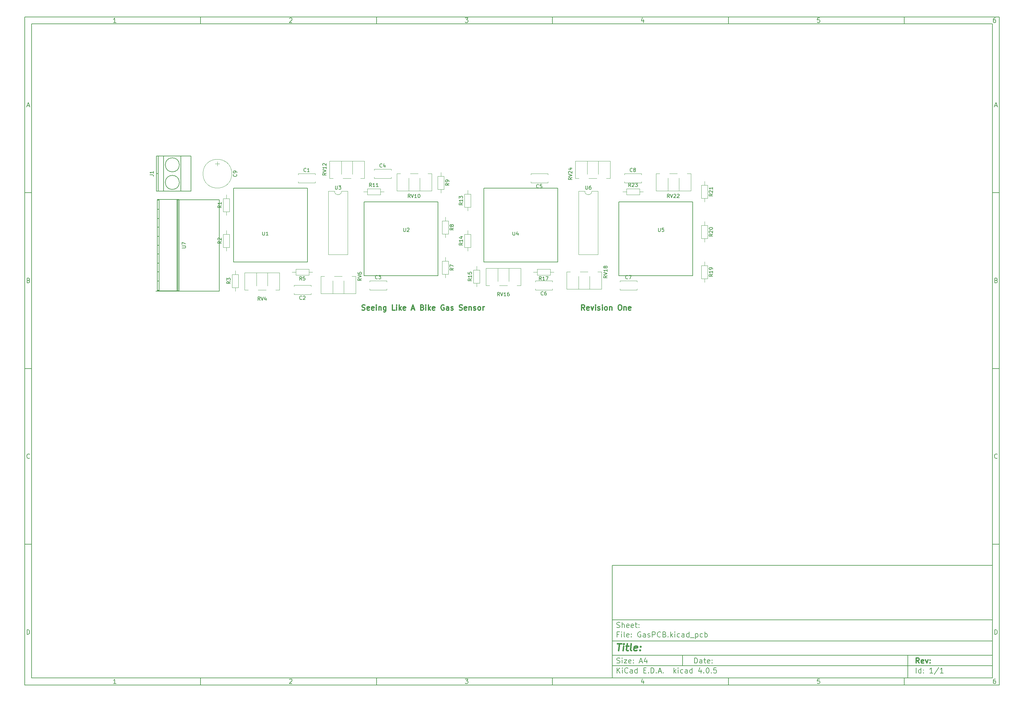
<source format=gbr>
G04 #@! TF.FileFunction,Legend,Top*
%FSLAX46Y46*%
G04 Gerber Fmt 4.6, Leading zero omitted, Abs format (unit mm)*
G04 Created by KiCad (PCBNEW 4.0.5) date 02/28/17 22:53:05*
%MOMM*%
%LPD*%
G01*
G04 APERTURE LIST*
%ADD10C,0.100000*%
%ADD11C,0.150000*%
%ADD12C,0.300000*%
%ADD13C,0.400000*%
%ADD14C,0.120000*%
G04 APERTURE END LIST*
D10*
D11*
X177002200Y-166007200D02*
X177002200Y-198007200D01*
X285002200Y-198007200D01*
X285002200Y-166007200D01*
X177002200Y-166007200D01*
D10*
D11*
X10000000Y-10000000D02*
X10000000Y-200007200D01*
X287002200Y-200007200D01*
X287002200Y-10000000D01*
X10000000Y-10000000D01*
D10*
D11*
X12000000Y-12000000D02*
X12000000Y-198007200D01*
X285002200Y-198007200D01*
X285002200Y-12000000D01*
X12000000Y-12000000D01*
D10*
D11*
X60000000Y-12000000D02*
X60000000Y-10000000D01*
D10*
D11*
X110000000Y-12000000D02*
X110000000Y-10000000D01*
D10*
D11*
X160000000Y-12000000D02*
X160000000Y-10000000D01*
D10*
D11*
X210000000Y-12000000D02*
X210000000Y-10000000D01*
D10*
D11*
X260000000Y-12000000D02*
X260000000Y-10000000D01*
D10*
D11*
X35990476Y-11588095D02*
X35247619Y-11588095D01*
X35619048Y-11588095D02*
X35619048Y-10288095D01*
X35495238Y-10473810D01*
X35371429Y-10597619D01*
X35247619Y-10659524D01*
D10*
D11*
X85247619Y-10411905D02*
X85309524Y-10350000D01*
X85433333Y-10288095D01*
X85742857Y-10288095D01*
X85866667Y-10350000D01*
X85928571Y-10411905D01*
X85990476Y-10535714D01*
X85990476Y-10659524D01*
X85928571Y-10845238D01*
X85185714Y-11588095D01*
X85990476Y-11588095D01*
D10*
D11*
X135185714Y-10288095D02*
X135990476Y-10288095D01*
X135557143Y-10783333D01*
X135742857Y-10783333D01*
X135866667Y-10845238D01*
X135928571Y-10907143D01*
X135990476Y-11030952D01*
X135990476Y-11340476D01*
X135928571Y-11464286D01*
X135866667Y-11526190D01*
X135742857Y-11588095D01*
X135371429Y-11588095D01*
X135247619Y-11526190D01*
X135185714Y-11464286D01*
D10*
D11*
X185866667Y-10721429D02*
X185866667Y-11588095D01*
X185557143Y-10226190D02*
X185247619Y-11154762D01*
X186052381Y-11154762D01*
D10*
D11*
X235928571Y-10288095D02*
X235309524Y-10288095D01*
X235247619Y-10907143D01*
X235309524Y-10845238D01*
X235433333Y-10783333D01*
X235742857Y-10783333D01*
X235866667Y-10845238D01*
X235928571Y-10907143D01*
X235990476Y-11030952D01*
X235990476Y-11340476D01*
X235928571Y-11464286D01*
X235866667Y-11526190D01*
X235742857Y-11588095D01*
X235433333Y-11588095D01*
X235309524Y-11526190D01*
X235247619Y-11464286D01*
D10*
D11*
X285866667Y-10288095D02*
X285619048Y-10288095D01*
X285495238Y-10350000D01*
X285433333Y-10411905D01*
X285309524Y-10597619D01*
X285247619Y-10845238D01*
X285247619Y-11340476D01*
X285309524Y-11464286D01*
X285371429Y-11526190D01*
X285495238Y-11588095D01*
X285742857Y-11588095D01*
X285866667Y-11526190D01*
X285928571Y-11464286D01*
X285990476Y-11340476D01*
X285990476Y-11030952D01*
X285928571Y-10907143D01*
X285866667Y-10845238D01*
X285742857Y-10783333D01*
X285495238Y-10783333D01*
X285371429Y-10845238D01*
X285309524Y-10907143D01*
X285247619Y-11030952D01*
D10*
D11*
X60000000Y-198007200D02*
X60000000Y-200007200D01*
D10*
D11*
X110000000Y-198007200D02*
X110000000Y-200007200D01*
D10*
D11*
X160000000Y-198007200D02*
X160000000Y-200007200D01*
D10*
D11*
X210000000Y-198007200D02*
X210000000Y-200007200D01*
D10*
D11*
X260000000Y-198007200D02*
X260000000Y-200007200D01*
D10*
D11*
X35990476Y-199595295D02*
X35247619Y-199595295D01*
X35619048Y-199595295D02*
X35619048Y-198295295D01*
X35495238Y-198481010D01*
X35371429Y-198604819D01*
X35247619Y-198666724D01*
D10*
D11*
X85247619Y-198419105D02*
X85309524Y-198357200D01*
X85433333Y-198295295D01*
X85742857Y-198295295D01*
X85866667Y-198357200D01*
X85928571Y-198419105D01*
X85990476Y-198542914D01*
X85990476Y-198666724D01*
X85928571Y-198852438D01*
X85185714Y-199595295D01*
X85990476Y-199595295D01*
D10*
D11*
X135185714Y-198295295D02*
X135990476Y-198295295D01*
X135557143Y-198790533D01*
X135742857Y-198790533D01*
X135866667Y-198852438D01*
X135928571Y-198914343D01*
X135990476Y-199038152D01*
X135990476Y-199347676D01*
X135928571Y-199471486D01*
X135866667Y-199533390D01*
X135742857Y-199595295D01*
X135371429Y-199595295D01*
X135247619Y-199533390D01*
X135185714Y-199471486D01*
D10*
D11*
X185866667Y-198728629D02*
X185866667Y-199595295D01*
X185557143Y-198233390D02*
X185247619Y-199161962D01*
X186052381Y-199161962D01*
D10*
D11*
X235928571Y-198295295D02*
X235309524Y-198295295D01*
X235247619Y-198914343D01*
X235309524Y-198852438D01*
X235433333Y-198790533D01*
X235742857Y-198790533D01*
X235866667Y-198852438D01*
X235928571Y-198914343D01*
X235990476Y-199038152D01*
X235990476Y-199347676D01*
X235928571Y-199471486D01*
X235866667Y-199533390D01*
X235742857Y-199595295D01*
X235433333Y-199595295D01*
X235309524Y-199533390D01*
X235247619Y-199471486D01*
D10*
D11*
X285866667Y-198295295D02*
X285619048Y-198295295D01*
X285495238Y-198357200D01*
X285433333Y-198419105D01*
X285309524Y-198604819D01*
X285247619Y-198852438D01*
X285247619Y-199347676D01*
X285309524Y-199471486D01*
X285371429Y-199533390D01*
X285495238Y-199595295D01*
X285742857Y-199595295D01*
X285866667Y-199533390D01*
X285928571Y-199471486D01*
X285990476Y-199347676D01*
X285990476Y-199038152D01*
X285928571Y-198914343D01*
X285866667Y-198852438D01*
X285742857Y-198790533D01*
X285495238Y-198790533D01*
X285371429Y-198852438D01*
X285309524Y-198914343D01*
X285247619Y-199038152D01*
D10*
D11*
X10000000Y-60000000D02*
X12000000Y-60000000D01*
D10*
D11*
X10000000Y-110000000D02*
X12000000Y-110000000D01*
D10*
D11*
X10000000Y-160000000D02*
X12000000Y-160000000D01*
D10*
D11*
X10690476Y-35216667D02*
X11309524Y-35216667D01*
X10566667Y-35588095D02*
X11000000Y-34288095D01*
X11433333Y-35588095D01*
D10*
D11*
X11092857Y-84907143D02*
X11278571Y-84969048D01*
X11340476Y-85030952D01*
X11402381Y-85154762D01*
X11402381Y-85340476D01*
X11340476Y-85464286D01*
X11278571Y-85526190D01*
X11154762Y-85588095D01*
X10659524Y-85588095D01*
X10659524Y-84288095D01*
X11092857Y-84288095D01*
X11216667Y-84350000D01*
X11278571Y-84411905D01*
X11340476Y-84535714D01*
X11340476Y-84659524D01*
X11278571Y-84783333D01*
X11216667Y-84845238D01*
X11092857Y-84907143D01*
X10659524Y-84907143D01*
D10*
D11*
X11402381Y-135464286D02*
X11340476Y-135526190D01*
X11154762Y-135588095D01*
X11030952Y-135588095D01*
X10845238Y-135526190D01*
X10721429Y-135402381D01*
X10659524Y-135278571D01*
X10597619Y-135030952D01*
X10597619Y-134845238D01*
X10659524Y-134597619D01*
X10721429Y-134473810D01*
X10845238Y-134350000D01*
X11030952Y-134288095D01*
X11154762Y-134288095D01*
X11340476Y-134350000D01*
X11402381Y-134411905D01*
D10*
D11*
X10659524Y-185588095D02*
X10659524Y-184288095D01*
X10969048Y-184288095D01*
X11154762Y-184350000D01*
X11278571Y-184473810D01*
X11340476Y-184597619D01*
X11402381Y-184845238D01*
X11402381Y-185030952D01*
X11340476Y-185278571D01*
X11278571Y-185402381D01*
X11154762Y-185526190D01*
X10969048Y-185588095D01*
X10659524Y-185588095D01*
D10*
D11*
X287002200Y-60000000D02*
X285002200Y-60000000D01*
D10*
D11*
X287002200Y-110000000D02*
X285002200Y-110000000D01*
D10*
D11*
X287002200Y-160000000D02*
X285002200Y-160000000D01*
D10*
D11*
X285692676Y-35216667D02*
X286311724Y-35216667D01*
X285568867Y-35588095D02*
X286002200Y-34288095D01*
X286435533Y-35588095D01*
D10*
D11*
X286095057Y-84907143D02*
X286280771Y-84969048D01*
X286342676Y-85030952D01*
X286404581Y-85154762D01*
X286404581Y-85340476D01*
X286342676Y-85464286D01*
X286280771Y-85526190D01*
X286156962Y-85588095D01*
X285661724Y-85588095D01*
X285661724Y-84288095D01*
X286095057Y-84288095D01*
X286218867Y-84350000D01*
X286280771Y-84411905D01*
X286342676Y-84535714D01*
X286342676Y-84659524D01*
X286280771Y-84783333D01*
X286218867Y-84845238D01*
X286095057Y-84907143D01*
X285661724Y-84907143D01*
D10*
D11*
X286404581Y-135464286D02*
X286342676Y-135526190D01*
X286156962Y-135588095D01*
X286033152Y-135588095D01*
X285847438Y-135526190D01*
X285723629Y-135402381D01*
X285661724Y-135278571D01*
X285599819Y-135030952D01*
X285599819Y-134845238D01*
X285661724Y-134597619D01*
X285723629Y-134473810D01*
X285847438Y-134350000D01*
X286033152Y-134288095D01*
X286156962Y-134288095D01*
X286342676Y-134350000D01*
X286404581Y-134411905D01*
D10*
D11*
X285661724Y-185588095D02*
X285661724Y-184288095D01*
X285971248Y-184288095D01*
X286156962Y-184350000D01*
X286280771Y-184473810D01*
X286342676Y-184597619D01*
X286404581Y-184845238D01*
X286404581Y-185030952D01*
X286342676Y-185278571D01*
X286280771Y-185402381D01*
X286156962Y-185526190D01*
X285971248Y-185588095D01*
X285661724Y-185588095D01*
D10*
D11*
X200359343Y-193785771D02*
X200359343Y-192285771D01*
X200716486Y-192285771D01*
X200930771Y-192357200D01*
X201073629Y-192500057D01*
X201145057Y-192642914D01*
X201216486Y-192928629D01*
X201216486Y-193142914D01*
X201145057Y-193428629D01*
X201073629Y-193571486D01*
X200930771Y-193714343D01*
X200716486Y-193785771D01*
X200359343Y-193785771D01*
X202502200Y-193785771D02*
X202502200Y-193000057D01*
X202430771Y-192857200D01*
X202287914Y-192785771D01*
X202002200Y-192785771D01*
X201859343Y-192857200D01*
X202502200Y-193714343D02*
X202359343Y-193785771D01*
X202002200Y-193785771D01*
X201859343Y-193714343D01*
X201787914Y-193571486D01*
X201787914Y-193428629D01*
X201859343Y-193285771D01*
X202002200Y-193214343D01*
X202359343Y-193214343D01*
X202502200Y-193142914D01*
X203002200Y-192785771D02*
X203573629Y-192785771D01*
X203216486Y-192285771D02*
X203216486Y-193571486D01*
X203287914Y-193714343D01*
X203430772Y-193785771D01*
X203573629Y-193785771D01*
X204645057Y-193714343D02*
X204502200Y-193785771D01*
X204216486Y-193785771D01*
X204073629Y-193714343D01*
X204002200Y-193571486D01*
X204002200Y-193000057D01*
X204073629Y-192857200D01*
X204216486Y-192785771D01*
X204502200Y-192785771D01*
X204645057Y-192857200D01*
X204716486Y-193000057D01*
X204716486Y-193142914D01*
X204002200Y-193285771D01*
X205359343Y-193642914D02*
X205430771Y-193714343D01*
X205359343Y-193785771D01*
X205287914Y-193714343D01*
X205359343Y-193642914D01*
X205359343Y-193785771D01*
X205359343Y-192857200D02*
X205430771Y-192928629D01*
X205359343Y-193000057D01*
X205287914Y-192928629D01*
X205359343Y-192857200D01*
X205359343Y-193000057D01*
D10*
D11*
X177002200Y-194507200D02*
X285002200Y-194507200D01*
D10*
D11*
X178359343Y-196585771D02*
X178359343Y-195085771D01*
X179216486Y-196585771D02*
X178573629Y-195728629D01*
X179216486Y-195085771D02*
X178359343Y-195942914D01*
X179859343Y-196585771D02*
X179859343Y-195585771D01*
X179859343Y-195085771D02*
X179787914Y-195157200D01*
X179859343Y-195228629D01*
X179930771Y-195157200D01*
X179859343Y-195085771D01*
X179859343Y-195228629D01*
X181430772Y-196442914D02*
X181359343Y-196514343D01*
X181145057Y-196585771D01*
X181002200Y-196585771D01*
X180787915Y-196514343D01*
X180645057Y-196371486D01*
X180573629Y-196228629D01*
X180502200Y-195942914D01*
X180502200Y-195728629D01*
X180573629Y-195442914D01*
X180645057Y-195300057D01*
X180787915Y-195157200D01*
X181002200Y-195085771D01*
X181145057Y-195085771D01*
X181359343Y-195157200D01*
X181430772Y-195228629D01*
X182716486Y-196585771D02*
X182716486Y-195800057D01*
X182645057Y-195657200D01*
X182502200Y-195585771D01*
X182216486Y-195585771D01*
X182073629Y-195657200D01*
X182716486Y-196514343D02*
X182573629Y-196585771D01*
X182216486Y-196585771D01*
X182073629Y-196514343D01*
X182002200Y-196371486D01*
X182002200Y-196228629D01*
X182073629Y-196085771D01*
X182216486Y-196014343D01*
X182573629Y-196014343D01*
X182716486Y-195942914D01*
X184073629Y-196585771D02*
X184073629Y-195085771D01*
X184073629Y-196514343D02*
X183930772Y-196585771D01*
X183645058Y-196585771D01*
X183502200Y-196514343D01*
X183430772Y-196442914D01*
X183359343Y-196300057D01*
X183359343Y-195871486D01*
X183430772Y-195728629D01*
X183502200Y-195657200D01*
X183645058Y-195585771D01*
X183930772Y-195585771D01*
X184073629Y-195657200D01*
X185930772Y-195800057D02*
X186430772Y-195800057D01*
X186645058Y-196585771D02*
X185930772Y-196585771D01*
X185930772Y-195085771D01*
X186645058Y-195085771D01*
X187287915Y-196442914D02*
X187359343Y-196514343D01*
X187287915Y-196585771D01*
X187216486Y-196514343D01*
X187287915Y-196442914D01*
X187287915Y-196585771D01*
X188002201Y-196585771D02*
X188002201Y-195085771D01*
X188359344Y-195085771D01*
X188573629Y-195157200D01*
X188716487Y-195300057D01*
X188787915Y-195442914D01*
X188859344Y-195728629D01*
X188859344Y-195942914D01*
X188787915Y-196228629D01*
X188716487Y-196371486D01*
X188573629Y-196514343D01*
X188359344Y-196585771D01*
X188002201Y-196585771D01*
X189502201Y-196442914D02*
X189573629Y-196514343D01*
X189502201Y-196585771D01*
X189430772Y-196514343D01*
X189502201Y-196442914D01*
X189502201Y-196585771D01*
X190145058Y-196157200D02*
X190859344Y-196157200D01*
X190002201Y-196585771D02*
X190502201Y-195085771D01*
X191002201Y-196585771D01*
X191502201Y-196442914D02*
X191573629Y-196514343D01*
X191502201Y-196585771D01*
X191430772Y-196514343D01*
X191502201Y-196442914D01*
X191502201Y-196585771D01*
X194502201Y-196585771D02*
X194502201Y-195085771D01*
X194645058Y-196014343D02*
X195073629Y-196585771D01*
X195073629Y-195585771D02*
X194502201Y-196157200D01*
X195716487Y-196585771D02*
X195716487Y-195585771D01*
X195716487Y-195085771D02*
X195645058Y-195157200D01*
X195716487Y-195228629D01*
X195787915Y-195157200D01*
X195716487Y-195085771D01*
X195716487Y-195228629D01*
X197073630Y-196514343D02*
X196930773Y-196585771D01*
X196645059Y-196585771D01*
X196502201Y-196514343D01*
X196430773Y-196442914D01*
X196359344Y-196300057D01*
X196359344Y-195871486D01*
X196430773Y-195728629D01*
X196502201Y-195657200D01*
X196645059Y-195585771D01*
X196930773Y-195585771D01*
X197073630Y-195657200D01*
X198359344Y-196585771D02*
X198359344Y-195800057D01*
X198287915Y-195657200D01*
X198145058Y-195585771D01*
X197859344Y-195585771D01*
X197716487Y-195657200D01*
X198359344Y-196514343D02*
X198216487Y-196585771D01*
X197859344Y-196585771D01*
X197716487Y-196514343D01*
X197645058Y-196371486D01*
X197645058Y-196228629D01*
X197716487Y-196085771D01*
X197859344Y-196014343D01*
X198216487Y-196014343D01*
X198359344Y-195942914D01*
X199716487Y-196585771D02*
X199716487Y-195085771D01*
X199716487Y-196514343D02*
X199573630Y-196585771D01*
X199287916Y-196585771D01*
X199145058Y-196514343D01*
X199073630Y-196442914D01*
X199002201Y-196300057D01*
X199002201Y-195871486D01*
X199073630Y-195728629D01*
X199145058Y-195657200D01*
X199287916Y-195585771D01*
X199573630Y-195585771D01*
X199716487Y-195657200D01*
X202216487Y-195585771D02*
X202216487Y-196585771D01*
X201859344Y-195014343D02*
X201502201Y-196085771D01*
X202430773Y-196085771D01*
X203002201Y-196442914D02*
X203073629Y-196514343D01*
X203002201Y-196585771D01*
X202930772Y-196514343D01*
X203002201Y-196442914D01*
X203002201Y-196585771D01*
X204002201Y-195085771D02*
X204145058Y-195085771D01*
X204287915Y-195157200D01*
X204359344Y-195228629D01*
X204430773Y-195371486D01*
X204502201Y-195657200D01*
X204502201Y-196014343D01*
X204430773Y-196300057D01*
X204359344Y-196442914D01*
X204287915Y-196514343D01*
X204145058Y-196585771D01*
X204002201Y-196585771D01*
X203859344Y-196514343D01*
X203787915Y-196442914D01*
X203716487Y-196300057D01*
X203645058Y-196014343D01*
X203645058Y-195657200D01*
X203716487Y-195371486D01*
X203787915Y-195228629D01*
X203859344Y-195157200D01*
X204002201Y-195085771D01*
X205145058Y-196442914D02*
X205216486Y-196514343D01*
X205145058Y-196585771D01*
X205073629Y-196514343D01*
X205145058Y-196442914D01*
X205145058Y-196585771D01*
X206573630Y-195085771D02*
X205859344Y-195085771D01*
X205787915Y-195800057D01*
X205859344Y-195728629D01*
X206002201Y-195657200D01*
X206359344Y-195657200D01*
X206502201Y-195728629D01*
X206573630Y-195800057D01*
X206645058Y-195942914D01*
X206645058Y-196300057D01*
X206573630Y-196442914D01*
X206502201Y-196514343D01*
X206359344Y-196585771D01*
X206002201Y-196585771D01*
X205859344Y-196514343D01*
X205787915Y-196442914D01*
D10*
D11*
X177002200Y-191507200D02*
X285002200Y-191507200D01*
D10*
D12*
X264216486Y-193785771D02*
X263716486Y-193071486D01*
X263359343Y-193785771D02*
X263359343Y-192285771D01*
X263930771Y-192285771D01*
X264073629Y-192357200D01*
X264145057Y-192428629D01*
X264216486Y-192571486D01*
X264216486Y-192785771D01*
X264145057Y-192928629D01*
X264073629Y-193000057D01*
X263930771Y-193071486D01*
X263359343Y-193071486D01*
X265430771Y-193714343D02*
X265287914Y-193785771D01*
X265002200Y-193785771D01*
X264859343Y-193714343D01*
X264787914Y-193571486D01*
X264787914Y-193000057D01*
X264859343Y-192857200D01*
X265002200Y-192785771D01*
X265287914Y-192785771D01*
X265430771Y-192857200D01*
X265502200Y-193000057D01*
X265502200Y-193142914D01*
X264787914Y-193285771D01*
X266002200Y-192785771D02*
X266359343Y-193785771D01*
X266716485Y-192785771D01*
X267287914Y-193642914D02*
X267359342Y-193714343D01*
X267287914Y-193785771D01*
X267216485Y-193714343D01*
X267287914Y-193642914D01*
X267287914Y-193785771D01*
X267287914Y-192857200D02*
X267359342Y-192928629D01*
X267287914Y-193000057D01*
X267216485Y-192928629D01*
X267287914Y-192857200D01*
X267287914Y-193000057D01*
D10*
D11*
X178287914Y-193714343D02*
X178502200Y-193785771D01*
X178859343Y-193785771D01*
X179002200Y-193714343D01*
X179073629Y-193642914D01*
X179145057Y-193500057D01*
X179145057Y-193357200D01*
X179073629Y-193214343D01*
X179002200Y-193142914D01*
X178859343Y-193071486D01*
X178573629Y-193000057D01*
X178430771Y-192928629D01*
X178359343Y-192857200D01*
X178287914Y-192714343D01*
X178287914Y-192571486D01*
X178359343Y-192428629D01*
X178430771Y-192357200D01*
X178573629Y-192285771D01*
X178930771Y-192285771D01*
X179145057Y-192357200D01*
X179787914Y-193785771D02*
X179787914Y-192785771D01*
X179787914Y-192285771D02*
X179716485Y-192357200D01*
X179787914Y-192428629D01*
X179859342Y-192357200D01*
X179787914Y-192285771D01*
X179787914Y-192428629D01*
X180359343Y-192785771D02*
X181145057Y-192785771D01*
X180359343Y-193785771D01*
X181145057Y-193785771D01*
X182287914Y-193714343D02*
X182145057Y-193785771D01*
X181859343Y-193785771D01*
X181716486Y-193714343D01*
X181645057Y-193571486D01*
X181645057Y-193000057D01*
X181716486Y-192857200D01*
X181859343Y-192785771D01*
X182145057Y-192785771D01*
X182287914Y-192857200D01*
X182359343Y-193000057D01*
X182359343Y-193142914D01*
X181645057Y-193285771D01*
X183002200Y-193642914D02*
X183073628Y-193714343D01*
X183002200Y-193785771D01*
X182930771Y-193714343D01*
X183002200Y-193642914D01*
X183002200Y-193785771D01*
X183002200Y-192857200D02*
X183073628Y-192928629D01*
X183002200Y-193000057D01*
X182930771Y-192928629D01*
X183002200Y-192857200D01*
X183002200Y-193000057D01*
X184787914Y-193357200D02*
X185502200Y-193357200D01*
X184645057Y-193785771D02*
X185145057Y-192285771D01*
X185645057Y-193785771D01*
X186787914Y-192785771D02*
X186787914Y-193785771D01*
X186430771Y-192214343D02*
X186073628Y-193285771D01*
X187002200Y-193285771D01*
D10*
D11*
X263359343Y-196585771D02*
X263359343Y-195085771D01*
X264716486Y-196585771D02*
X264716486Y-195085771D01*
X264716486Y-196514343D02*
X264573629Y-196585771D01*
X264287915Y-196585771D01*
X264145057Y-196514343D01*
X264073629Y-196442914D01*
X264002200Y-196300057D01*
X264002200Y-195871486D01*
X264073629Y-195728629D01*
X264145057Y-195657200D01*
X264287915Y-195585771D01*
X264573629Y-195585771D01*
X264716486Y-195657200D01*
X265430772Y-196442914D02*
X265502200Y-196514343D01*
X265430772Y-196585771D01*
X265359343Y-196514343D01*
X265430772Y-196442914D01*
X265430772Y-196585771D01*
X265430772Y-195657200D02*
X265502200Y-195728629D01*
X265430772Y-195800057D01*
X265359343Y-195728629D01*
X265430772Y-195657200D01*
X265430772Y-195800057D01*
X268073629Y-196585771D02*
X267216486Y-196585771D01*
X267645058Y-196585771D02*
X267645058Y-195085771D01*
X267502201Y-195300057D01*
X267359343Y-195442914D01*
X267216486Y-195514343D01*
X269787914Y-195014343D02*
X268502200Y-196942914D01*
X271073629Y-196585771D02*
X270216486Y-196585771D01*
X270645058Y-196585771D02*
X270645058Y-195085771D01*
X270502201Y-195300057D01*
X270359343Y-195442914D01*
X270216486Y-195514343D01*
D10*
D11*
X177002200Y-187507200D02*
X285002200Y-187507200D01*
D10*
D13*
X178454581Y-188211962D02*
X179597438Y-188211962D01*
X178776010Y-190211962D02*
X179026010Y-188211962D01*
X180014105Y-190211962D02*
X180180771Y-188878629D01*
X180264105Y-188211962D02*
X180156962Y-188307200D01*
X180240295Y-188402438D01*
X180347439Y-188307200D01*
X180264105Y-188211962D01*
X180240295Y-188402438D01*
X180847438Y-188878629D02*
X181609343Y-188878629D01*
X181216486Y-188211962D02*
X181002200Y-189926248D01*
X181073630Y-190116724D01*
X181252201Y-190211962D01*
X181442677Y-190211962D01*
X182395058Y-190211962D02*
X182216487Y-190116724D01*
X182145057Y-189926248D01*
X182359343Y-188211962D01*
X183930772Y-190116724D02*
X183728391Y-190211962D01*
X183347439Y-190211962D01*
X183168867Y-190116724D01*
X183097438Y-189926248D01*
X183192676Y-189164343D01*
X183311724Y-188973867D01*
X183514105Y-188878629D01*
X183895057Y-188878629D01*
X184073629Y-188973867D01*
X184145057Y-189164343D01*
X184121248Y-189354819D01*
X183145057Y-189545295D01*
X184895057Y-190021486D02*
X184978392Y-190116724D01*
X184871248Y-190211962D01*
X184787915Y-190116724D01*
X184895057Y-190021486D01*
X184871248Y-190211962D01*
X185026010Y-188973867D02*
X185109344Y-189069105D01*
X185002200Y-189164343D01*
X184918867Y-189069105D01*
X185026010Y-188973867D01*
X185002200Y-189164343D01*
D10*
D11*
X178859343Y-185600057D02*
X178359343Y-185600057D01*
X178359343Y-186385771D02*
X178359343Y-184885771D01*
X179073629Y-184885771D01*
X179645057Y-186385771D02*
X179645057Y-185385771D01*
X179645057Y-184885771D02*
X179573628Y-184957200D01*
X179645057Y-185028629D01*
X179716485Y-184957200D01*
X179645057Y-184885771D01*
X179645057Y-185028629D01*
X180573629Y-186385771D02*
X180430771Y-186314343D01*
X180359343Y-186171486D01*
X180359343Y-184885771D01*
X181716485Y-186314343D02*
X181573628Y-186385771D01*
X181287914Y-186385771D01*
X181145057Y-186314343D01*
X181073628Y-186171486D01*
X181073628Y-185600057D01*
X181145057Y-185457200D01*
X181287914Y-185385771D01*
X181573628Y-185385771D01*
X181716485Y-185457200D01*
X181787914Y-185600057D01*
X181787914Y-185742914D01*
X181073628Y-185885771D01*
X182430771Y-186242914D02*
X182502199Y-186314343D01*
X182430771Y-186385771D01*
X182359342Y-186314343D01*
X182430771Y-186242914D01*
X182430771Y-186385771D01*
X182430771Y-185457200D02*
X182502199Y-185528629D01*
X182430771Y-185600057D01*
X182359342Y-185528629D01*
X182430771Y-185457200D01*
X182430771Y-185600057D01*
X185073628Y-184957200D02*
X184930771Y-184885771D01*
X184716485Y-184885771D01*
X184502200Y-184957200D01*
X184359342Y-185100057D01*
X184287914Y-185242914D01*
X184216485Y-185528629D01*
X184216485Y-185742914D01*
X184287914Y-186028629D01*
X184359342Y-186171486D01*
X184502200Y-186314343D01*
X184716485Y-186385771D01*
X184859342Y-186385771D01*
X185073628Y-186314343D01*
X185145057Y-186242914D01*
X185145057Y-185742914D01*
X184859342Y-185742914D01*
X186430771Y-186385771D02*
X186430771Y-185600057D01*
X186359342Y-185457200D01*
X186216485Y-185385771D01*
X185930771Y-185385771D01*
X185787914Y-185457200D01*
X186430771Y-186314343D02*
X186287914Y-186385771D01*
X185930771Y-186385771D01*
X185787914Y-186314343D01*
X185716485Y-186171486D01*
X185716485Y-186028629D01*
X185787914Y-185885771D01*
X185930771Y-185814343D01*
X186287914Y-185814343D01*
X186430771Y-185742914D01*
X187073628Y-186314343D02*
X187216485Y-186385771D01*
X187502200Y-186385771D01*
X187645057Y-186314343D01*
X187716485Y-186171486D01*
X187716485Y-186100057D01*
X187645057Y-185957200D01*
X187502200Y-185885771D01*
X187287914Y-185885771D01*
X187145057Y-185814343D01*
X187073628Y-185671486D01*
X187073628Y-185600057D01*
X187145057Y-185457200D01*
X187287914Y-185385771D01*
X187502200Y-185385771D01*
X187645057Y-185457200D01*
X188359343Y-186385771D02*
X188359343Y-184885771D01*
X188930771Y-184885771D01*
X189073629Y-184957200D01*
X189145057Y-185028629D01*
X189216486Y-185171486D01*
X189216486Y-185385771D01*
X189145057Y-185528629D01*
X189073629Y-185600057D01*
X188930771Y-185671486D01*
X188359343Y-185671486D01*
X190716486Y-186242914D02*
X190645057Y-186314343D01*
X190430771Y-186385771D01*
X190287914Y-186385771D01*
X190073629Y-186314343D01*
X189930771Y-186171486D01*
X189859343Y-186028629D01*
X189787914Y-185742914D01*
X189787914Y-185528629D01*
X189859343Y-185242914D01*
X189930771Y-185100057D01*
X190073629Y-184957200D01*
X190287914Y-184885771D01*
X190430771Y-184885771D01*
X190645057Y-184957200D01*
X190716486Y-185028629D01*
X191859343Y-185600057D02*
X192073629Y-185671486D01*
X192145057Y-185742914D01*
X192216486Y-185885771D01*
X192216486Y-186100057D01*
X192145057Y-186242914D01*
X192073629Y-186314343D01*
X191930771Y-186385771D01*
X191359343Y-186385771D01*
X191359343Y-184885771D01*
X191859343Y-184885771D01*
X192002200Y-184957200D01*
X192073629Y-185028629D01*
X192145057Y-185171486D01*
X192145057Y-185314343D01*
X192073629Y-185457200D01*
X192002200Y-185528629D01*
X191859343Y-185600057D01*
X191359343Y-185600057D01*
X192859343Y-186242914D02*
X192930771Y-186314343D01*
X192859343Y-186385771D01*
X192787914Y-186314343D01*
X192859343Y-186242914D01*
X192859343Y-186385771D01*
X193573629Y-186385771D02*
X193573629Y-184885771D01*
X193716486Y-185814343D02*
X194145057Y-186385771D01*
X194145057Y-185385771D02*
X193573629Y-185957200D01*
X194787915Y-186385771D02*
X194787915Y-185385771D01*
X194787915Y-184885771D02*
X194716486Y-184957200D01*
X194787915Y-185028629D01*
X194859343Y-184957200D01*
X194787915Y-184885771D01*
X194787915Y-185028629D01*
X196145058Y-186314343D02*
X196002201Y-186385771D01*
X195716487Y-186385771D01*
X195573629Y-186314343D01*
X195502201Y-186242914D01*
X195430772Y-186100057D01*
X195430772Y-185671486D01*
X195502201Y-185528629D01*
X195573629Y-185457200D01*
X195716487Y-185385771D01*
X196002201Y-185385771D01*
X196145058Y-185457200D01*
X197430772Y-186385771D02*
X197430772Y-185600057D01*
X197359343Y-185457200D01*
X197216486Y-185385771D01*
X196930772Y-185385771D01*
X196787915Y-185457200D01*
X197430772Y-186314343D02*
X197287915Y-186385771D01*
X196930772Y-186385771D01*
X196787915Y-186314343D01*
X196716486Y-186171486D01*
X196716486Y-186028629D01*
X196787915Y-185885771D01*
X196930772Y-185814343D01*
X197287915Y-185814343D01*
X197430772Y-185742914D01*
X198787915Y-186385771D02*
X198787915Y-184885771D01*
X198787915Y-186314343D02*
X198645058Y-186385771D01*
X198359344Y-186385771D01*
X198216486Y-186314343D01*
X198145058Y-186242914D01*
X198073629Y-186100057D01*
X198073629Y-185671486D01*
X198145058Y-185528629D01*
X198216486Y-185457200D01*
X198359344Y-185385771D01*
X198645058Y-185385771D01*
X198787915Y-185457200D01*
X199145058Y-186528629D02*
X200287915Y-186528629D01*
X200645058Y-185385771D02*
X200645058Y-186885771D01*
X200645058Y-185457200D02*
X200787915Y-185385771D01*
X201073629Y-185385771D01*
X201216486Y-185457200D01*
X201287915Y-185528629D01*
X201359344Y-185671486D01*
X201359344Y-186100057D01*
X201287915Y-186242914D01*
X201216486Y-186314343D01*
X201073629Y-186385771D01*
X200787915Y-186385771D01*
X200645058Y-186314343D01*
X202645058Y-186314343D02*
X202502201Y-186385771D01*
X202216487Y-186385771D01*
X202073629Y-186314343D01*
X202002201Y-186242914D01*
X201930772Y-186100057D01*
X201930772Y-185671486D01*
X202002201Y-185528629D01*
X202073629Y-185457200D01*
X202216487Y-185385771D01*
X202502201Y-185385771D01*
X202645058Y-185457200D01*
X203287915Y-186385771D02*
X203287915Y-184885771D01*
X203287915Y-185457200D02*
X203430772Y-185385771D01*
X203716486Y-185385771D01*
X203859343Y-185457200D01*
X203930772Y-185528629D01*
X204002201Y-185671486D01*
X204002201Y-186100057D01*
X203930772Y-186242914D01*
X203859343Y-186314343D01*
X203716486Y-186385771D01*
X203430772Y-186385771D01*
X203287915Y-186314343D01*
D10*
D11*
X177002200Y-181507200D02*
X285002200Y-181507200D01*
D10*
D11*
X178287914Y-183614343D02*
X178502200Y-183685771D01*
X178859343Y-183685771D01*
X179002200Y-183614343D01*
X179073629Y-183542914D01*
X179145057Y-183400057D01*
X179145057Y-183257200D01*
X179073629Y-183114343D01*
X179002200Y-183042914D01*
X178859343Y-182971486D01*
X178573629Y-182900057D01*
X178430771Y-182828629D01*
X178359343Y-182757200D01*
X178287914Y-182614343D01*
X178287914Y-182471486D01*
X178359343Y-182328629D01*
X178430771Y-182257200D01*
X178573629Y-182185771D01*
X178930771Y-182185771D01*
X179145057Y-182257200D01*
X179787914Y-183685771D02*
X179787914Y-182185771D01*
X180430771Y-183685771D02*
X180430771Y-182900057D01*
X180359342Y-182757200D01*
X180216485Y-182685771D01*
X180002200Y-182685771D01*
X179859342Y-182757200D01*
X179787914Y-182828629D01*
X181716485Y-183614343D02*
X181573628Y-183685771D01*
X181287914Y-183685771D01*
X181145057Y-183614343D01*
X181073628Y-183471486D01*
X181073628Y-182900057D01*
X181145057Y-182757200D01*
X181287914Y-182685771D01*
X181573628Y-182685771D01*
X181716485Y-182757200D01*
X181787914Y-182900057D01*
X181787914Y-183042914D01*
X181073628Y-183185771D01*
X183002199Y-183614343D02*
X182859342Y-183685771D01*
X182573628Y-183685771D01*
X182430771Y-183614343D01*
X182359342Y-183471486D01*
X182359342Y-182900057D01*
X182430771Y-182757200D01*
X182573628Y-182685771D01*
X182859342Y-182685771D01*
X183002199Y-182757200D01*
X183073628Y-182900057D01*
X183073628Y-183042914D01*
X182359342Y-183185771D01*
X183502199Y-182685771D02*
X184073628Y-182685771D01*
X183716485Y-182185771D02*
X183716485Y-183471486D01*
X183787913Y-183614343D01*
X183930771Y-183685771D01*
X184073628Y-183685771D01*
X184573628Y-183542914D02*
X184645056Y-183614343D01*
X184573628Y-183685771D01*
X184502199Y-183614343D01*
X184573628Y-183542914D01*
X184573628Y-183685771D01*
X184573628Y-182757200D02*
X184645056Y-182828629D01*
X184573628Y-182900057D01*
X184502199Y-182828629D01*
X184573628Y-182757200D01*
X184573628Y-182900057D01*
D10*
D11*
X197002200Y-191507200D02*
X197002200Y-194507200D01*
D10*
D11*
X261002200Y-191507200D02*
X261002200Y-198007200D01*
D12*
X169152857Y-93388571D02*
X168652857Y-92674286D01*
X168295714Y-93388571D02*
X168295714Y-91888571D01*
X168867142Y-91888571D01*
X169010000Y-91960000D01*
X169081428Y-92031429D01*
X169152857Y-92174286D01*
X169152857Y-92388571D01*
X169081428Y-92531429D01*
X169010000Y-92602857D01*
X168867142Y-92674286D01*
X168295714Y-92674286D01*
X170367142Y-93317143D02*
X170224285Y-93388571D01*
X169938571Y-93388571D01*
X169795714Y-93317143D01*
X169724285Y-93174286D01*
X169724285Y-92602857D01*
X169795714Y-92460000D01*
X169938571Y-92388571D01*
X170224285Y-92388571D01*
X170367142Y-92460000D01*
X170438571Y-92602857D01*
X170438571Y-92745714D01*
X169724285Y-92888571D01*
X170938571Y-92388571D02*
X171295714Y-93388571D01*
X171652856Y-92388571D01*
X172224285Y-93388571D02*
X172224285Y-92388571D01*
X172224285Y-91888571D02*
X172152856Y-91960000D01*
X172224285Y-92031429D01*
X172295713Y-91960000D01*
X172224285Y-91888571D01*
X172224285Y-92031429D01*
X172867142Y-93317143D02*
X173009999Y-93388571D01*
X173295714Y-93388571D01*
X173438571Y-93317143D01*
X173509999Y-93174286D01*
X173509999Y-93102857D01*
X173438571Y-92960000D01*
X173295714Y-92888571D01*
X173081428Y-92888571D01*
X172938571Y-92817143D01*
X172867142Y-92674286D01*
X172867142Y-92602857D01*
X172938571Y-92460000D01*
X173081428Y-92388571D01*
X173295714Y-92388571D01*
X173438571Y-92460000D01*
X174152857Y-93388571D02*
X174152857Y-92388571D01*
X174152857Y-91888571D02*
X174081428Y-91960000D01*
X174152857Y-92031429D01*
X174224285Y-91960000D01*
X174152857Y-91888571D01*
X174152857Y-92031429D01*
X175081429Y-93388571D02*
X174938571Y-93317143D01*
X174867143Y-93245714D01*
X174795714Y-93102857D01*
X174795714Y-92674286D01*
X174867143Y-92531429D01*
X174938571Y-92460000D01*
X175081429Y-92388571D01*
X175295714Y-92388571D01*
X175438571Y-92460000D01*
X175510000Y-92531429D01*
X175581429Y-92674286D01*
X175581429Y-93102857D01*
X175510000Y-93245714D01*
X175438571Y-93317143D01*
X175295714Y-93388571D01*
X175081429Y-93388571D01*
X176224286Y-92388571D02*
X176224286Y-93388571D01*
X176224286Y-92531429D02*
X176295714Y-92460000D01*
X176438572Y-92388571D01*
X176652857Y-92388571D01*
X176795714Y-92460000D01*
X176867143Y-92602857D01*
X176867143Y-93388571D01*
X179010000Y-91888571D02*
X179295714Y-91888571D01*
X179438572Y-91960000D01*
X179581429Y-92102857D01*
X179652857Y-92388571D01*
X179652857Y-92888571D01*
X179581429Y-93174286D01*
X179438572Y-93317143D01*
X179295714Y-93388571D01*
X179010000Y-93388571D01*
X178867143Y-93317143D01*
X178724286Y-93174286D01*
X178652857Y-92888571D01*
X178652857Y-92388571D01*
X178724286Y-92102857D01*
X178867143Y-91960000D01*
X179010000Y-91888571D01*
X180295715Y-92388571D02*
X180295715Y-93388571D01*
X180295715Y-92531429D02*
X180367143Y-92460000D01*
X180510001Y-92388571D01*
X180724286Y-92388571D01*
X180867143Y-92460000D01*
X180938572Y-92602857D01*
X180938572Y-93388571D01*
X182224286Y-93317143D02*
X182081429Y-93388571D01*
X181795715Y-93388571D01*
X181652858Y-93317143D01*
X181581429Y-93174286D01*
X181581429Y-92602857D01*
X181652858Y-92460000D01*
X181795715Y-92388571D01*
X182081429Y-92388571D01*
X182224286Y-92460000D01*
X182295715Y-92602857D01*
X182295715Y-92745714D01*
X181581429Y-92888571D01*
X105868572Y-93317143D02*
X106082858Y-93388571D01*
X106440001Y-93388571D01*
X106582858Y-93317143D01*
X106654287Y-93245714D01*
X106725715Y-93102857D01*
X106725715Y-92960000D01*
X106654287Y-92817143D01*
X106582858Y-92745714D01*
X106440001Y-92674286D01*
X106154287Y-92602857D01*
X106011429Y-92531429D01*
X105940001Y-92460000D01*
X105868572Y-92317143D01*
X105868572Y-92174286D01*
X105940001Y-92031429D01*
X106011429Y-91960000D01*
X106154287Y-91888571D01*
X106511429Y-91888571D01*
X106725715Y-91960000D01*
X107940000Y-93317143D02*
X107797143Y-93388571D01*
X107511429Y-93388571D01*
X107368572Y-93317143D01*
X107297143Y-93174286D01*
X107297143Y-92602857D01*
X107368572Y-92460000D01*
X107511429Y-92388571D01*
X107797143Y-92388571D01*
X107940000Y-92460000D01*
X108011429Y-92602857D01*
X108011429Y-92745714D01*
X107297143Y-92888571D01*
X109225714Y-93317143D02*
X109082857Y-93388571D01*
X108797143Y-93388571D01*
X108654286Y-93317143D01*
X108582857Y-93174286D01*
X108582857Y-92602857D01*
X108654286Y-92460000D01*
X108797143Y-92388571D01*
X109082857Y-92388571D01*
X109225714Y-92460000D01*
X109297143Y-92602857D01*
X109297143Y-92745714D01*
X108582857Y-92888571D01*
X109940000Y-93388571D02*
X109940000Y-92388571D01*
X109940000Y-91888571D02*
X109868571Y-91960000D01*
X109940000Y-92031429D01*
X110011428Y-91960000D01*
X109940000Y-91888571D01*
X109940000Y-92031429D01*
X110654286Y-92388571D02*
X110654286Y-93388571D01*
X110654286Y-92531429D02*
X110725714Y-92460000D01*
X110868572Y-92388571D01*
X111082857Y-92388571D01*
X111225714Y-92460000D01*
X111297143Y-92602857D01*
X111297143Y-93388571D01*
X112654286Y-92388571D02*
X112654286Y-93602857D01*
X112582857Y-93745714D01*
X112511429Y-93817143D01*
X112368572Y-93888571D01*
X112154286Y-93888571D01*
X112011429Y-93817143D01*
X112654286Y-93317143D02*
X112511429Y-93388571D01*
X112225715Y-93388571D01*
X112082857Y-93317143D01*
X112011429Y-93245714D01*
X111940000Y-93102857D01*
X111940000Y-92674286D01*
X112011429Y-92531429D01*
X112082857Y-92460000D01*
X112225715Y-92388571D01*
X112511429Y-92388571D01*
X112654286Y-92460000D01*
X115225715Y-93388571D02*
X114511429Y-93388571D01*
X114511429Y-91888571D01*
X115725715Y-93388571D02*
X115725715Y-92388571D01*
X115725715Y-91888571D02*
X115654286Y-91960000D01*
X115725715Y-92031429D01*
X115797143Y-91960000D01*
X115725715Y-91888571D01*
X115725715Y-92031429D01*
X116440001Y-93388571D02*
X116440001Y-91888571D01*
X116582858Y-92817143D02*
X117011429Y-93388571D01*
X117011429Y-92388571D02*
X116440001Y-92960000D01*
X118225715Y-93317143D02*
X118082858Y-93388571D01*
X117797144Y-93388571D01*
X117654287Y-93317143D01*
X117582858Y-93174286D01*
X117582858Y-92602857D01*
X117654287Y-92460000D01*
X117797144Y-92388571D01*
X118082858Y-92388571D01*
X118225715Y-92460000D01*
X118297144Y-92602857D01*
X118297144Y-92745714D01*
X117582858Y-92888571D01*
X120011429Y-92960000D02*
X120725715Y-92960000D01*
X119868572Y-93388571D02*
X120368572Y-91888571D01*
X120868572Y-93388571D01*
X123011429Y-92602857D02*
X123225715Y-92674286D01*
X123297143Y-92745714D01*
X123368572Y-92888571D01*
X123368572Y-93102857D01*
X123297143Y-93245714D01*
X123225715Y-93317143D01*
X123082857Y-93388571D01*
X122511429Y-93388571D01*
X122511429Y-91888571D01*
X123011429Y-91888571D01*
X123154286Y-91960000D01*
X123225715Y-92031429D01*
X123297143Y-92174286D01*
X123297143Y-92317143D01*
X123225715Y-92460000D01*
X123154286Y-92531429D01*
X123011429Y-92602857D01*
X122511429Y-92602857D01*
X124011429Y-93388571D02*
X124011429Y-92388571D01*
X124011429Y-91888571D02*
X123940000Y-91960000D01*
X124011429Y-92031429D01*
X124082857Y-91960000D01*
X124011429Y-91888571D01*
X124011429Y-92031429D01*
X124725715Y-93388571D02*
X124725715Y-91888571D01*
X124868572Y-92817143D02*
X125297143Y-93388571D01*
X125297143Y-92388571D02*
X124725715Y-92960000D01*
X126511429Y-93317143D02*
X126368572Y-93388571D01*
X126082858Y-93388571D01*
X125940001Y-93317143D01*
X125868572Y-93174286D01*
X125868572Y-92602857D01*
X125940001Y-92460000D01*
X126082858Y-92388571D01*
X126368572Y-92388571D01*
X126511429Y-92460000D01*
X126582858Y-92602857D01*
X126582858Y-92745714D01*
X125868572Y-92888571D01*
X129154286Y-91960000D02*
X129011429Y-91888571D01*
X128797143Y-91888571D01*
X128582858Y-91960000D01*
X128440000Y-92102857D01*
X128368572Y-92245714D01*
X128297143Y-92531429D01*
X128297143Y-92745714D01*
X128368572Y-93031429D01*
X128440000Y-93174286D01*
X128582858Y-93317143D01*
X128797143Y-93388571D01*
X128940000Y-93388571D01*
X129154286Y-93317143D01*
X129225715Y-93245714D01*
X129225715Y-92745714D01*
X128940000Y-92745714D01*
X130511429Y-93388571D02*
X130511429Y-92602857D01*
X130440000Y-92460000D01*
X130297143Y-92388571D01*
X130011429Y-92388571D01*
X129868572Y-92460000D01*
X130511429Y-93317143D02*
X130368572Y-93388571D01*
X130011429Y-93388571D01*
X129868572Y-93317143D01*
X129797143Y-93174286D01*
X129797143Y-93031429D01*
X129868572Y-92888571D01*
X130011429Y-92817143D01*
X130368572Y-92817143D01*
X130511429Y-92745714D01*
X131154286Y-93317143D02*
X131297143Y-93388571D01*
X131582858Y-93388571D01*
X131725715Y-93317143D01*
X131797143Y-93174286D01*
X131797143Y-93102857D01*
X131725715Y-92960000D01*
X131582858Y-92888571D01*
X131368572Y-92888571D01*
X131225715Y-92817143D01*
X131154286Y-92674286D01*
X131154286Y-92602857D01*
X131225715Y-92460000D01*
X131368572Y-92388571D01*
X131582858Y-92388571D01*
X131725715Y-92460000D01*
X133511429Y-93317143D02*
X133725715Y-93388571D01*
X134082858Y-93388571D01*
X134225715Y-93317143D01*
X134297144Y-93245714D01*
X134368572Y-93102857D01*
X134368572Y-92960000D01*
X134297144Y-92817143D01*
X134225715Y-92745714D01*
X134082858Y-92674286D01*
X133797144Y-92602857D01*
X133654286Y-92531429D01*
X133582858Y-92460000D01*
X133511429Y-92317143D01*
X133511429Y-92174286D01*
X133582858Y-92031429D01*
X133654286Y-91960000D01*
X133797144Y-91888571D01*
X134154286Y-91888571D01*
X134368572Y-91960000D01*
X135582857Y-93317143D02*
X135440000Y-93388571D01*
X135154286Y-93388571D01*
X135011429Y-93317143D01*
X134940000Y-93174286D01*
X134940000Y-92602857D01*
X135011429Y-92460000D01*
X135154286Y-92388571D01*
X135440000Y-92388571D01*
X135582857Y-92460000D01*
X135654286Y-92602857D01*
X135654286Y-92745714D01*
X134940000Y-92888571D01*
X136297143Y-92388571D02*
X136297143Y-93388571D01*
X136297143Y-92531429D02*
X136368571Y-92460000D01*
X136511429Y-92388571D01*
X136725714Y-92388571D01*
X136868571Y-92460000D01*
X136940000Y-92602857D01*
X136940000Y-93388571D01*
X137582857Y-93317143D02*
X137725714Y-93388571D01*
X138011429Y-93388571D01*
X138154286Y-93317143D01*
X138225714Y-93174286D01*
X138225714Y-93102857D01*
X138154286Y-92960000D01*
X138011429Y-92888571D01*
X137797143Y-92888571D01*
X137654286Y-92817143D01*
X137582857Y-92674286D01*
X137582857Y-92602857D01*
X137654286Y-92460000D01*
X137797143Y-92388571D01*
X138011429Y-92388571D01*
X138154286Y-92460000D01*
X139082858Y-93388571D02*
X138940000Y-93317143D01*
X138868572Y-93245714D01*
X138797143Y-93102857D01*
X138797143Y-92674286D01*
X138868572Y-92531429D01*
X138940000Y-92460000D01*
X139082858Y-92388571D01*
X139297143Y-92388571D01*
X139440000Y-92460000D01*
X139511429Y-92531429D01*
X139582858Y-92674286D01*
X139582858Y-93102857D01*
X139511429Y-93245714D01*
X139440000Y-93317143D01*
X139297143Y-93388571D01*
X139082858Y-93388571D01*
X140225715Y-93388571D02*
X140225715Y-92388571D01*
X140225715Y-92674286D02*
X140297143Y-92531429D01*
X140368572Y-92460000D01*
X140511429Y-92388571D01*
X140654286Y-92388571D01*
D11*
X69390000Y-58660000D02*
X69390000Y-79660000D01*
X69390000Y-79660000D02*
X90390000Y-79660000D01*
X90390000Y-79660000D02*
X90390000Y-58660000D01*
X90390000Y-58660000D02*
X69390000Y-58660000D01*
D14*
X68990000Y-86950000D02*
X70710000Y-86950000D01*
X70710000Y-86950000D02*
X70710000Y-83230000D01*
X70710000Y-83230000D02*
X68990000Y-83230000D01*
X68990000Y-83230000D02*
X68990000Y-86950000D01*
X69850000Y-88020000D02*
X69850000Y-86950000D01*
X69850000Y-82160000D02*
X69850000Y-83230000D01*
D11*
X47300000Y-88000000D02*
X65300000Y-88000000D01*
X65300000Y-88000000D02*
X65300000Y-62000000D01*
X65300000Y-62000000D02*
X53300000Y-62000000D01*
X53300000Y-62000000D02*
X53300000Y-88000000D01*
X48199040Y-74930000D02*
X47701200Y-74930000D01*
X53500020Y-87929720D02*
X53500020Y-61930280D01*
X53898800Y-61930280D02*
X53898800Y-87929720D01*
X48199040Y-87929720D02*
X48199040Y-61930280D01*
X47701200Y-61930280D02*
X47701200Y-87929720D01*
X48199040Y-72430640D02*
X47701200Y-72430640D01*
X48199040Y-77429360D02*
X47701200Y-77429360D01*
X48199040Y-85130640D02*
X47701200Y-85130640D01*
X48199040Y-82529680D02*
X47701200Y-82529680D01*
X48199040Y-80032860D02*
X47701200Y-80032860D01*
X48199040Y-69829680D02*
X47701200Y-69829680D01*
X48199040Y-67332860D02*
X47701200Y-67332860D01*
X47701200Y-62130940D02*
X48199040Y-62130940D01*
X48199040Y-87729060D02*
X47701200Y-87729060D01*
X47701200Y-64734440D02*
X48199040Y-64734440D01*
X47701200Y-87927180D02*
X53898800Y-87927180D01*
X53898800Y-61932820D02*
X47701200Y-61932820D01*
X140510000Y-58660000D02*
X140510000Y-79660000D01*
X140510000Y-79660000D02*
X161510000Y-79660000D01*
X161510000Y-79660000D02*
X161510000Y-58660000D01*
X161510000Y-58660000D02*
X140510000Y-58660000D01*
X47970000Y-54570000D02*
X47470000Y-54570000D01*
X53970000Y-57070000D02*
G75*
G03X53970000Y-57070000I-2000000J0D01*
G01*
X53970000Y-52070000D02*
G75*
G03X53970000Y-52070000I-2000000J0D01*
G01*
X49470000Y-49570000D02*
X49470000Y-59570000D01*
X54370000Y-49570000D02*
X54370000Y-59570000D01*
X47970000Y-49570000D02*
X47970000Y-59570000D01*
X47470000Y-49570000D02*
X47470000Y-59570000D01*
X47470000Y-59570000D02*
X57270000Y-59570000D01*
X57270000Y-59570000D02*
X57270000Y-49570000D01*
X57270000Y-49570000D02*
X47470000Y-49570000D01*
D14*
X66450000Y-65360000D02*
X68170000Y-65360000D01*
X68170000Y-65360000D02*
X68170000Y-61640000D01*
X68170000Y-61640000D02*
X66450000Y-61640000D01*
X66450000Y-61640000D02*
X66450000Y-65360000D01*
X67310000Y-66430000D02*
X67310000Y-65360000D01*
X67310000Y-60570000D02*
X67310000Y-61640000D01*
X66450000Y-75520000D02*
X68170000Y-75520000D01*
X68170000Y-75520000D02*
X68170000Y-71800000D01*
X68170000Y-71800000D02*
X66450000Y-71800000D01*
X66450000Y-71800000D02*
X66450000Y-75520000D01*
X67310000Y-76590000D02*
X67310000Y-75520000D01*
X67310000Y-70730000D02*
X67310000Y-71800000D01*
X90760000Y-83410000D02*
X90760000Y-81690000D01*
X90760000Y-81690000D02*
X87040000Y-81690000D01*
X87040000Y-81690000D02*
X87040000Y-83410000D01*
X87040000Y-83410000D02*
X90760000Y-83410000D01*
X91830000Y-82550000D02*
X90760000Y-82550000D01*
X85970000Y-82550000D02*
X87040000Y-82550000D01*
X130400000Y-79420000D02*
X128680000Y-79420000D01*
X128680000Y-79420000D02*
X128680000Y-83140000D01*
X128680000Y-83140000D02*
X130400000Y-83140000D01*
X130400000Y-83140000D02*
X130400000Y-79420000D01*
X129540000Y-78350000D02*
X129540000Y-79420000D01*
X129540000Y-84210000D02*
X129540000Y-83140000D01*
X130400000Y-67990000D02*
X128680000Y-67990000D01*
X128680000Y-67990000D02*
X128680000Y-71710000D01*
X128680000Y-71710000D02*
X130400000Y-71710000D01*
X130400000Y-71710000D02*
X130400000Y-67990000D01*
X129540000Y-66920000D02*
X129540000Y-67990000D01*
X129540000Y-72780000D02*
X129540000Y-71710000D01*
X129130000Y-55290000D02*
X127410000Y-55290000D01*
X127410000Y-55290000D02*
X127410000Y-59010000D01*
X127410000Y-59010000D02*
X129130000Y-59010000D01*
X129130000Y-59010000D02*
X129130000Y-55290000D01*
X128270000Y-54220000D02*
X128270000Y-55290000D01*
X128270000Y-60080000D02*
X128270000Y-59010000D01*
X107360000Y-58830000D02*
X107360000Y-60550000D01*
X107360000Y-60550000D02*
X111080000Y-60550000D01*
X111080000Y-60550000D02*
X111080000Y-58830000D01*
X111080000Y-58830000D02*
X107360000Y-58830000D01*
X106290000Y-59690000D02*
X107360000Y-59690000D01*
X112150000Y-59690000D02*
X111080000Y-59690000D01*
X135030000Y-64090000D02*
X136750000Y-64090000D01*
X136750000Y-64090000D02*
X136750000Y-60370000D01*
X136750000Y-60370000D02*
X135030000Y-60370000D01*
X135030000Y-60370000D02*
X135030000Y-64090000D01*
X135890000Y-65160000D02*
X135890000Y-64090000D01*
X135890000Y-59300000D02*
X135890000Y-60370000D01*
X135030000Y-75520000D02*
X136750000Y-75520000D01*
X136750000Y-75520000D02*
X136750000Y-71800000D01*
X136750000Y-71800000D02*
X135030000Y-71800000D01*
X135030000Y-71800000D02*
X135030000Y-75520000D01*
X135890000Y-76590000D02*
X135890000Y-75520000D01*
X135890000Y-70730000D02*
X135890000Y-71800000D01*
X137570000Y-85680000D02*
X139290000Y-85680000D01*
X139290000Y-85680000D02*
X139290000Y-81960000D01*
X139290000Y-81960000D02*
X137570000Y-81960000D01*
X137570000Y-81960000D02*
X137570000Y-85680000D01*
X138430000Y-86750000D02*
X138430000Y-85680000D01*
X138430000Y-80890000D02*
X138430000Y-81960000D01*
X72469000Y-87691000D02*
X72469000Y-82770000D01*
X82390000Y-87691000D02*
X82390000Y-82770000D01*
X72469000Y-82770000D02*
X82390000Y-82770000D01*
X81295000Y-87691000D02*
X82390000Y-87691000D01*
X72469000Y-87691000D02*
X73565000Y-87691000D01*
X76295000Y-87691000D02*
X78565000Y-87691000D01*
X75870000Y-86445000D02*
X75870000Y-82770000D01*
X78991000Y-86445000D02*
X78991000Y-82770000D01*
X76295000Y-87691000D02*
X78565000Y-87691000D01*
X75870000Y-82770000D02*
X78991000Y-82770000D01*
X104061000Y-83759000D02*
X104061000Y-88680000D01*
X94140000Y-83759000D02*
X94140000Y-88680000D01*
X104061000Y-88680000D02*
X94140000Y-88680000D01*
X95235000Y-83759000D02*
X94140000Y-83759000D01*
X104061000Y-83759000D02*
X102965000Y-83759000D01*
X100235000Y-83759000D02*
X97965000Y-83759000D01*
X100660000Y-85005000D02*
X100660000Y-88680000D01*
X97539000Y-85005000D02*
X97539000Y-88680000D01*
X100235000Y-83759000D02*
X97965000Y-83759000D01*
X100660000Y-88680000D02*
X97539000Y-88680000D01*
D11*
X127460000Y-83580000D02*
X127460000Y-62580000D01*
X127460000Y-62580000D02*
X106460000Y-62580000D01*
X106460000Y-62580000D02*
X106460000Y-83580000D01*
X106460000Y-83580000D02*
X127460000Y-83580000D01*
D14*
X100060000Y-59570000D02*
G75*
G02X98060000Y-59570000I-1000000J0D01*
G01*
X98060000Y-59570000D02*
X96290000Y-59570000D01*
X96290000Y-59570000D02*
X96290000Y-77590000D01*
X96290000Y-77590000D02*
X101830000Y-77590000D01*
X101830000Y-77590000D02*
X101830000Y-59570000D01*
X101830000Y-59570000D02*
X100060000Y-59570000D01*
D11*
X199850000Y-83580000D02*
X199850000Y-62580000D01*
X199850000Y-62580000D02*
X178850000Y-62580000D01*
X178850000Y-62580000D02*
X178850000Y-83580000D01*
X178850000Y-83580000D02*
X199850000Y-83580000D01*
D14*
X171180000Y-59570000D02*
G75*
G02X169180000Y-59570000I-1000000J0D01*
G01*
X169180000Y-59570000D02*
X167410000Y-59570000D01*
X167410000Y-59570000D02*
X167410000Y-77590000D01*
X167410000Y-77590000D02*
X172950000Y-77590000D01*
X172950000Y-77590000D02*
X172950000Y-59570000D01*
X172950000Y-59570000D02*
X171180000Y-59570000D01*
X159340000Y-83410000D02*
X159340000Y-81690000D01*
X159340000Y-81690000D02*
X155620000Y-81690000D01*
X155620000Y-81690000D02*
X155620000Y-83410000D01*
X155620000Y-83410000D02*
X159340000Y-83410000D01*
X160410000Y-82550000D02*
X159340000Y-82550000D01*
X154550000Y-82550000D02*
X155620000Y-82550000D01*
X204060000Y-80690000D02*
X202340000Y-80690000D01*
X202340000Y-80690000D02*
X202340000Y-84410000D01*
X202340000Y-84410000D02*
X204060000Y-84410000D01*
X204060000Y-84410000D02*
X204060000Y-80690000D01*
X203200000Y-79620000D02*
X203200000Y-80690000D01*
X203200000Y-85480000D02*
X203200000Y-84410000D01*
X204060000Y-69260000D02*
X202340000Y-69260000D01*
X202340000Y-69260000D02*
X202340000Y-72980000D01*
X202340000Y-72980000D02*
X204060000Y-72980000D01*
X204060000Y-72980000D02*
X204060000Y-69260000D01*
X203200000Y-68190000D02*
X203200000Y-69260000D01*
X203200000Y-74050000D02*
X203200000Y-72980000D01*
X204060000Y-57830000D02*
X202340000Y-57830000D01*
X202340000Y-57830000D02*
X202340000Y-61550000D01*
X202340000Y-61550000D02*
X204060000Y-61550000D01*
X204060000Y-61550000D02*
X204060000Y-57830000D01*
X203200000Y-56760000D02*
X203200000Y-57830000D01*
X203200000Y-62620000D02*
X203200000Y-61550000D01*
X181020000Y-58830000D02*
X181020000Y-60550000D01*
X181020000Y-60550000D02*
X184740000Y-60550000D01*
X184740000Y-60550000D02*
X184740000Y-58830000D01*
X184740000Y-58830000D02*
X181020000Y-58830000D01*
X179950000Y-59690000D02*
X181020000Y-59690000D01*
X185810000Y-59690000D02*
X184740000Y-59690000D01*
X125651000Y-54549000D02*
X125651000Y-59470000D01*
X115730000Y-54549000D02*
X115730000Y-59470000D01*
X125651000Y-59470000D02*
X115730000Y-59470000D01*
X116825000Y-54549000D02*
X115730000Y-54549000D01*
X125651000Y-54549000D02*
X124555000Y-54549000D01*
X121825000Y-54549000D02*
X119555000Y-54549000D01*
X122250000Y-55795000D02*
X122250000Y-59470000D01*
X119129000Y-55795000D02*
X119129000Y-59470000D01*
X121825000Y-54549000D02*
X119555000Y-54549000D01*
X122250000Y-59470000D02*
X119129000Y-59470000D01*
X96599000Y-55941000D02*
X96599000Y-51020000D01*
X106520000Y-55941000D02*
X106520000Y-51020000D01*
X96599000Y-51020000D02*
X106520000Y-51020000D01*
X105425000Y-55941000D02*
X106520000Y-55941000D01*
X96599000Y-55941000D02*
X97695000Y-55941000D01*
X100425000Y-55941000D02*
X102695000Y-55941000D01*
X100000000Y-54695000D02*
X100000000Y-51020000D01*
X103121000Y-54695000D02*
X103121000Y-51020000D01*
X100425000Y-55941000D02*
X102695000Y-55941000D01*
X100000000Y-51020000D02*
X103121000Y-51020000D01*
X141049000Y-86421000D02*
X141049000Y-81500000D01*
X150970000Y-86421000D02*
X150970000Y-81500000D01*
X141049000Y-81500000D02*
X150970000Y-81500000D01*
X149875000Y-86421000D02*
X150970000Y-86421000D01*
X141049000Y-86421000D02*
X142145000Y-86421000D01*
X144875000Y-86421000D02*
X147145000Y-86421000D01*
X144450000Y-85175000D02*
X144450000Y-81500000D01*
X147571000Y-85175000D02*
X147571000Y-81500000D01*
X144875000Y-86421000D02*
X147145000Y-86421000D01*
X144450000Y-81500000D02*
X147571000Y-81500000D01*
X173911000Y-82489000D02*
X173911000Y-87410000D01*
X163990000Y-82489000D02*
X163990000Y-87410000D01*
X173911000Y-87410000D02*
X163990000Y-87410000D01*
X165085000Y-82489000D02*
X163990000Y-82489000D01*
X173911000Y-82489000D02*
X172815000Y-82489000D01*
X170085000Y-82489000D02*
X167815000Y-82489000D01*
X170510000Y-83735000D02*
X170510000Y-87410000D01*
X167389000Y-83735000D02*
X167389000Y-87410000D01*
X170085000Y-82489000D02*
X167815000Y-82489000D01*
X170510000Y-87410000D02*
X167389000Y-87410000D01*
X199311000Y-54549000D02*
X199311000Y-59470000D01*
X189390000Y-54549000D02*
X189390000Y-59470000D01*
X199311000Y-59470000D02*
X189390000Y-59470000D01*
X190485000Y-54549000D02*
X189390000Y-54549000D01*
X199311000Y-54549000D02*
X198215000Y-54549000D01*
X195485000Y-54549000D02*
X193215000Y-54549000D01*
X195910000Y-55795000D02*
X195910000Y-59470000D01*
X192789000Y-55795000D02*
X192789000Y-59470000D01*
X195485000Y-54549000D02*
X193215000Y-54549000D01*
X195910000Y-59470000D02*
X192789000Y-59470000D01*
X166449000Y-55941000D02*
X166449000Y-51020000D01*
X176370000Y-55941000D02*
X176370000Y-51020000D01*
X166449000Y-51020000D02*
X176370000Y-51020000D01*
X175275000Y-55941000D02*
X176370000Y-55941000D01*
X166449000Y-55941000D02*
X167545000Y-55941000D01*
X170275000Y-55941000D02*
X172545000Y-55941000D01*
X169850000Y-54695000D02*
X169850000Y-51020000D01*
X172971000Y-54695000D02*
X172971000Y-51020000D01*
X170275000Y-55941000D02*
X172545000Y-55941000D01*
X169850000Y-51020000D02*
X172971000Y-51020000D01*
X87720000Y-54570000D02*
X92540000Y-54570000D01*
X87720000Y-57190000D02*
X92540000Y-57190000D01*
X87720000Y-54570000D02*
X87720000Y-54884000D01*
X87720000Y-56876000D02*
X87720000Y-57190000D01*
X92540000Y-54570000D02*
X92540000Y-54884000D01*
X92540000Y-56876000D02*
X92540000Y-57190000D01*
X91350000Y-88940000D02*
X86530000Y-88940000D01*
X91350000Y-86320000D02*
X86530000Y-86320000D01*
X91350000Y-88940000D02*
X91350000Y-88626000D01*
X91350000Y-86634000D02*
X91350000Y-86320000D01*
X86530000Y-88940000D02*
X86530000Y-88626000D01*
X86530000Y-86634000D02*
X86530000Y-86320000D01*
X108040000Y-85050000D02*
X112860000Y-85050000D01*
X108040000Y-87670000D02*
X112860000Y-87670000D01*
X108040000Y-85050000D02*
X108040000Y-85364000D01*
X108040000Y-87356000D02*
X108040000Y-87670000D01*
X112860000Y-85050000D02*
X112860000Y-85364000D01*
X112860000Y-87356000D02*
X112860000Y-87670000D01*
X109310000Y-53300000D02*
X114130000Y-53300000D01*
X109310000Y-55920000D02*
X114130000Y-55920000D01*
X109310000Y-53300000D02*
X109310000Y-53614000D01*
X109310000Y-55606000D02*
X109310000Y-55920000D01*
X114130000Y-53300000D02*
X114130000Y-53614000D01*
X114130000Y-55606000D02*
X114130000Y-55920000D01*
X158660000Y-57190000D02*
X153840000Y-57190000D01*
X158660000Y-54570000D02*
X153840000Y-54570000D01*
X158660000Y-57190000D02*
X158660000Y-56876000D01*
X158660000Y-54884000D02*
X158660000Y-54570000D01*
X153840000Y-57190000D02*
X153840000Y-56876000D01*
X153840000Y-54884000D02*
X153840000Y-54570000D01*
X159930000Y-87670000D02*
X155110000Y-87670000D01*
X159930000Y-85050000D02*
X155110000Y-85050000D01*
X159930000Y-87670000D02*
X159930000Y-87356000D01*
X159930000Y-85364000D02*
X159930000Y-85050000D01*
X155110000Y-87670000D02*
X155110000Y-87356000D01*
X155110000Y-85364000D02*
X155110000Y-85050000D01*
X179160000Y-85050000D02*
X183980000Y-85050000D01*
X179160000Y-87670000D02*
X183980000Y-87670000D01*
X179160000Y-85050000D02*
X179160000Y-85364000D01*
X179160000Y-87356000D02*
X179160000Y-87670000D01*
X183980000Y-85050000D02*
X183980000Y-85364000D01*
X183980000Y-87356000D02*
X183980000Y-87670000D01*
X180430000Y-54570000D02*
X185250000Y-54570000D01*
X180430000Y-57190000D02*
X185250000Y-57190000D01*
X180430000Y-54570000D02*
X180430000Y-54884000D01*
X180430000Y-56876000D02*
X180430000Y-57190000D01*
X185250000Y-54570000D02*
X185250000Y-54884000D01*
X185250000Y-56876000D02*
X185250000Y-57190000D01*
X68860000Y-54590000D02*
G75*
G03X68860000Y-54590000I-4090000J0D01*
G01*
X64770000Y-51140000D02*
X64770000Y-52340000D01*
X65420000Y-51740000D02*
X64120000Y-51740000D01*
D11*
X77628095Y-71112381D02*
X77628095Y-71921905D01*
X77675714Y-72017143D01*
X77723333Y-72064762D01*
X77818571Y-72112381D01*
X78009048Y-72112381D01*
X78104286Y-72064762D01*
X78151905Y-72017143D01*
X78199524Y-71921905D01*
X78199524Y-71112381D01*
X79199524Y-72112381D02*
X78628095Y-72112381D01*
X78913809Y-72112381D02*
X78913809Y-71112381D01*
X78818571Y-71255238D01*
X78723333Y-71350476D01*
X78628095Y-71398095D01*
X68442381Y-85256666D02*
X67966190Y-85590000D01*
X68442381Y-85828095D02*
X67442381Y-85828095D01*
X67442381Y-85447142D01*
X67490000Y-85351904D01*
X67537619Y-85304285D01*
X67632857Y-85256666D01*
X67775714Y-85256666D01*
X67870952Y-85304285D01*
X67918571Y-85351904D01*
X67966190Y-85447142D01*
X67966190Y-85828095D01*
X67442381Y-84923333D02*
X67442381Y-84304285D01*
X67823333Y-84637619D01*
X67823333Y-84494761D01*
X67870952Y-84399523D01*
X67918571Y-84351904D01*
X68013810Y-84304285D01*
X68251905Y-84304285D01*
X68347143Y-84351904D01*
X68394762Y-84399523D01*
X68442381Y-84494761D01*
X68442381Y-84780476D01*
X68394762Y-84875714D01*
X68347143Y-84923333D01*
X54753261Y-75691905D02*
X55562785Y-75691905D01*
X55658023Y-75644286D01*
X55705642Y-75596667D01*
X55753261Y-75501429D01*
X55753261Y-75310952D01*
X55705642Y-75215714D01*
X55658023Y-75168095D01*
X55562785Y-75120476D01*
X54753261Y-75120476D01*
X54753261Y-74739524D02*
X54753261Y-74072857D01*
X55753261Y-74501429D01*
X148748095Y-71112381D02*
X148748095Y-71921905D01*
X148795714Y-72017143D01*
X148843333Y-72064762D01*
X148938571Y-72112381D01*
X149129048Y-72112381D01*
X149224286Y-72064762D01*
X149271905Y-72017143D01*
X149319524Y-71921905D01*
X149319524Y-71112381D01*
X150224286Y-71445714D02*
X150224286Y-72112381D01*
X149986190Y-71064762D02*
X149748095Y-71779048D01*
X150367143Y-71779048D01*
X45622381Y-54903333D02*
X46336667Y-54903333D01*
X46479524Y-54950953D01*
X46574762Y-55046191D01*
X46622381Y-55189048D01*
X46622381Y-55284286D01*
X46622381Y-53903333D02*
X46622381Y-54474762D01*
X46622381Y-54189048D02*
X45622381Y-54189048D01*
X45765238Y-54284286D01*
X45860476Y-54379524D01*
X45908095Y-54474762D01*
X65902381Y-63666666D02*
X65426190Y-64000000D01*
X65902381Y-64238095D02*
X64902381Y-64238095D01*
X64902381Y-63857142D01*
X64950000Y-63761904D01*
X64997619Y-63714285D01*
X65092857Y-63666666D01*
X65235714Y-63666666D01*
X65330952Y-63714285D01*
X65378571Y-63761904D01*
X65426190Y-63857142D01*
X65426190Y-64238095D01*
X65902381Y-62714285D02*
X65902381Y-63285714D01*
X65902381Y-63000000D02*
X64902381Y-63000000D01*
X65045238Y-63095238D01*
X65140476Y-63190476D01*
X65188095Y-63285714D01*
X65902381Y-73826666D02*
X65426190Y-74160000D01*
X65902381Y-74398095D02*
X64902381Y-74398095D01*
X64902381Y-74017142D01*
X64950000Y-73921904D01*
X64997619Y-73874285D01*
X65092857Y-73826666D01*
X65235714Y-73826666D01*
X65330952Y-73874285D01*
X65378571Y-73921904D01*
X65426190Y-74017142D01*
X65426190Y-74398095D01*
X64997619Y-73445714D02*
X64950000Y-73398095D01*
X64902381Y-73302857D01*
X64902381Y-73064761D01*
X64950000Y-72969523D01*
X64997619Y-72921904D01*
X65092857Y-72874285D01*
X65188095Y-72874285D01*
X65330952Y-72921904D01*
X65902381Y-73493333D01*
X65902381Y-72874285D01*
X88733334Y-84862381D02*
X88400000Y-84386190D01*
X88161905Y-84862381D02*
X88161905Y-83862381D01*
X88542858Y-83862381D01*
X88638096Y-83910000D01*
X88685715Y-83957619D01*
X88733334Y-84052857D01*
X88733334Y-84195714D01*
X88685715Y-84290952D01*
X88638096Y-84338571D01*
X88542858Y-84386190D01*
X88161905Y-84386190D01*
X89638096Y-83862381D02*
X89161905Y-83862381D01*
X89114286Y-84338571D01*
X89161905Y-84290952D01*
X89257143Y-84243333D01*
X89495239Y-84243333D01*
X89590477Y-84290952D01*
X89638096Y-84338571D01*
X89685715Y-84433810D01*
X89685715Y-84671905D01*
X89638096Y-84767143D01*
X89590477Y-84814762D01*
X89495239Y-84862381D01*
X89257143Y-84862381D01*
X89161905Y-84814762D01*
X89114286Y-84767143D01*
X131852381Y-81446666D02*
X131376190Y-81780000D01*
X131852381Y-82018095D02*
X130852381Y-82018095D01*
X130852381Y-81637142D01*
X130900000Y-81541904D01*
X130947619Y-81494285D01*
X131042857Y-81446666D01*
X131185714Y-81446666D01*
X131280952Y-81494285D01*
X131328571Y-81541904D01*
X131376190Y-81637142D01*
X131376190Y-82018095D01*
X130852381Y-81113333D02*
X130852381Y-80446666D01*
X131852381Y-80875238D01*
X131852381Y-70016666D02*
X131376190Y-70350000D01*
X131852381Y-70588095D02*
X130852381Y-70588095D01*
X130852381Y-70207142D01*
X130900000Y-70111904D01*
X130947619Y-70064285D01*
X131042857Y-70016666D01*
X131185714Y-70016666D01*
X131280952Y-70064285D01*
X131328571Y-70111904D01*
X131376190Y-70207142D01*
X131376190Y-70588095D01*
X131280952Y-69445238D02*
X131233333Y-69540476D01*
X131185714Y-69588095D01*
X131090476Y-69635714D01*
X131042857Y-69635714D01*
X130947619Y-69588095D01*
X130900000Y-69540476D01*
X130852381Y-69445238D01*
X130852381Y-69254761D01*
X130900000Y-69159523D01*
X130947619Y-69111904D01*
X131042857Y-69064285D01*
X131090476Y-69064285D01*
X131185714Y-69111904D01*
X131233333Y-69159523D01*
X131280952Y-69254761D01*
X131280952Y-69445238D01*
X131328571Y-69540476D01*
X131376190Y-69588095D01*
X131471429Y-69635714D01*
X131661905Y-69635714D01*
X131757143Y-69588095D01*
X131804762Y-69540476D01*
X131852381Y-69445238D01*
X131852381Y-69254761D01*
X131804762Y-69159523D01*
X131757143Y-69111904D01*
X131661905Y-69064285D01*
X131471429Y-69064285D01*
X131376190Y-69111904D01*
X131328571Y-69159523D01*
X131280952Y-69254761D01*
X130582381Y-57316666D02*
X130106190Y-57650000D01*
X130582381Y-57888095D02*
X129582381Y-57888095D01*
X129582381Y-57507142D01*
X129630000Y-57411904D01*
X129677619Y-57364285D01*
X129772857Y-57316666D01*
X129915714Y-57316666D01*
X130010952Y-57364285D01*
X130058571Y-57411904D01*
X130106190Y-57507142D01*
X130106190Y-57888095D01*
X130582381Y-56840476D02*
X130582381Y-56650000D01*
X130534762Y-56554761D01*
X130487143Y-56507142D01*
X130344286Y-56411904D01*
X130153810Y-56364285D01*
X129772857Y-56364285D01*
X129677619Y-56411904D01*
X129630000Y-56459523D01*
X129582381Y-56554761D01*
X129582381Y-56745238D01*
X129630000Y-56840476D01*
X129677619Y-56888095D01*
X129772857Y-56935714D01*
X130010952Y-56935714D01*
X130106190Y-56888095D01*
X130153810Y-56840476D01*
X130201429Y-56745238D01*
X130201429Y-56554761D01*
X130153810Y-56459523D01*
X130106190Y-56411904D01*
X130010952Y-56364285D01*
X108577143Y-58282381D02*
X108243809Y-57806190D01*
X108005714Y-58282381D02*
X108005714Y-57282381D01*
X108386667Y-57282381D01*
X108481905Y-57330000D01*
X108529524Y-57377619D01*
X108577143Y-57472857D01*
X108577143Y-57615714D01*
X108529524Y-57710952D01*
X108481905Y-57758571D01*
X108386667Y-57806190D01*
X108005714Y-57806190D01*
X109529524Y-58282381D02*
X108958095Y-58282381D01*
X109243809Y-58282381D02*
X109243809Y-57282381D01*
X109148571Y-57425238D01*
X109053333Y-57520476D01*
X108958095Y-57568095D01*
X110481905Y-58282381D02*
X109910476Y-58282381D01*
X110196190Y-58282381D02*
X110196190Y-57282381D01*
X110100952Y-57425238D01*
X110005714Y-57520476D01*
X109910476Y-57568095D01*
X134482381Y-62872857D02*
X134006190Y-63206191D01*
X134482381Y-63444286D02*
X133482381Y-63444286D01*
X133482381Y-63063333D01*
X133530000Y-62968095D01*
X133577619Y-62920476D01*
X133672857Y-62872857D01*
X133815714Y-62872857D01*
X133910952Y-62920476D01*
X133958571Y-62968095D01*
X134006190Y-63063333D01*
X134006190Y-63444286D01*
X134482381Y-61920476D02*
X134482381Y-62491905D01*
X134482381Y-62206191D02*
X133482381Y-62206191D01*
X133625238Y-62301429D01*
X133720476Y-62396667D01*
X133768095Y-62491905D01*
X133482381Y-61587143D02*
X133482381Y-60968095D01*
X133863333Y-61301429D01*
X133863333Y-61158571D01*
X133910952Y-61063333D01*
X133958571Y-61015714D01*
X134053810Y-60968095D01*
X134291905Y-60968095D01*
X134387143Y-61015714D01*
X134434762Y-61063333D01*
X134482381Y-61158571D01*
X134482381Y-61444286D01*
X134434762Y-61539524D01*
X134387143Y-61587143D01*
X134482381Y-74302857D02*
X134006190Y-74636191D01*
X134482381Y-74874286D02*
X133482381Y-74874286D01*
X133482381Y-74493333D01*
X133530000Y-74398095D01*
X133577619Y-74350476D01*
X133672857Y-74302857D01*
X133815714Y-74302857D01*
X133910952Y-74350476D01*
X133958571Y-74398095D01*
X134006190Y-74493333D01*
X134006190Y-74874286D01*
X134482381Y-73350476D02*
X134482381Y-73921905D01*
X134482381Y-73636191D02*
X133482381Y-73636191D01*
X133625238Y-73731429D01*
X133720476Y-73826667D01*
X133768095Y-73921905D01*
X133815714Y-72493333D02*
X134482381Y-72493333D01*
X133434762Y-72731429D02*
X134149048Y-72969524D01*
X134149048Y-72350476D01*
X137022381Y-84462857D02*
X136546190Y-84796191D01*
X137022381Y-85034286D02*
X136022381Y-85034286D01*
X136022381Y-84653333D01*
X136070000Y-84558095D01*
X136117619Y-84510476D01*
X136212857Y-84462857D01*
X136355714Y-84462857D01*
X136450952Y-84510476D01*
X136498571Y-84558095D01*
X136546190Y-84653333D01*
X136546190Y-85034286D01*
X137022381Y-83510476D02*
X137022381Y-84081905D01*
X137022381Y-83796191D02*
X136022381Y-83796191D01*
X136165238Y-83891429D01*
X136260476Y-83986667D01*
X136308095Y-84081905D01*
X136022381Y-82605714D02*
X136022381Y-83081905D01*
X136498571Y-83129524D01*
X136450952Y-83081905D01*
X136403333Y-82986667D01*
X136403333Y-82748571D01*
X136450952Y-82653333D01*
X136498571Y-82605714D01*
X136593810Y-82558095D01*
X136831905Y-82558095D01*
X136927143Y-82605714D01*
X136974762Y-82653333D01*
X137022381Y-82748571D01*
X137022381Y-82986667D01*
X136974762Y-83081905D01*
X136927143Y-83129524D01*
X76874762Y-90622381D02*
X76541428Y-90146190D01*
X76303333Y-90622381D02*
X76303333Y-89622381D01*
X76684286Y-89622381D01*
X76779524Y-89670000D01*
X76827143Y-89717619D01*
X76874762Y-89812857D01*
X76874762Y-89955714D01*
X76827143Y-90050952D01*
X76779524Y-90098571D01*
X76684286Y-90146190D01*
X76303333Y-90146190D01*
X77160476Y-89622381D02*
X77493809Y-90622381D01*
X77827143Y-89622381D01*
X78589048Y-89955714D02*
X78589048Y-90622381D01*
X78350952Y-89574762D02*
X78112857Y-90289048D01*
X78731905Y-90289048D01*
X105702381Y-84415238D02*
X105226190Y-84748572D01*
X105702381Y-84986667D02*
X104702381Y-84986667D01*
X104702381Y-84605714D01*
X104750000Y-84510476D01*
X104797619Y-84462857D01*
X104892857Y-84415238D01*
X105035714Y-84415238D01*
X105130952Y-84462857D01*
X105178571Y-84510476D01*
X105226190Y-84605714D01*
X105226190Y-84986667D01*
X104702381Y-84129524D02*
X105702381Y-83796191D01*
X104702381Y-83462857D01*
X104702381Y-82700952D02*
X104702381Y-82891429D01*
X104750000Y-82986667D01*
X104797619Y-83034286D01*
X104940476Y-83129524D01*
X105130952Y-83177143D01*
X105511905Y-83177143D01*
X105607143Y-83129524D01*
X105654762Y-83081905D01*
X105702381Y-82986667D01*
X105702381Y-82796190D01*
X105654762Y-82700952D01*
X105607143Y-82653333D01*
X105511905Y-82605714D01*
X105273810Y-82605714D01*
X105178571Y-82653333D01*
X105130952Y-82700952D01*
X105083333Y-82796190D01*
X105083333Y-82986667D01*
X105130952Y-83081905D01*
X105178571Y-83129524D01*
X105273810Y-83177143D01*
X117698095Y-70032381D02*
X117698095Y-70841905D01*
X117745714Y-70937143D01*
X117793333Y-70984762D01*
X117888571Y-71032381D01*
X118079048Y-71032381D01*
X118174286Y-70984762D01*
X118221905Y-70937143D01*
X118269524Y-70841905D01*
X118269524Y-70032381D01*
X118698095Y-70127619D02*
X118745714Y-70080000D01*
X118840952Y-70032381D01*
X119079048Y-70032381D01*
X119174286Y-70080000D01*
X119221905Y-70127619D01*
X119269524Y-70222857D01*
X119269524Y-70318095D01*
X119221905Y-70460952D01*
X118650476Y-71032381D01*
X119269524Y-71032381D01*
X98298095Y-58022381D02*
X98298095Y-58831905D01*
X98345714Y-58927143D01*
X98393333Y-58974762D01*
X98488571Y-59022381D01*
X98679048Y-59022381D01*
X98774286Y-58974762D01*
X98821905Y-58927143D01*
X98869524Y-58831905D01*
X98869524Y-58022381D01*
X99250476Y-58022381D02*
X99869524Y-58022381D01*
X99536190Y-58403333D01*
X99679048Y-58403333D01*
X99774286Y-58450952D01*
X99821905Y-58498571D01*
X99869524Y-58593810D01*
X99869524Y-58831905D01*
X99821905Y-58927143D01*
X99774286Y-58974762D01*
X99679048Y-59022381D01*
X99393333Y-59022381D01*
X99298095Y-58974762D01*
X99250476Y-58927143D01*
X190088095Y-70032381D02*
X190088095Y-70841905D01*
X190135714Y-70937143D01*
X190183333Y-70984762D01*
X190278571Y-71032381D01*
X190469048Y-71032381D01*
X190564286Y-70984762D01*
X190611905Y-70937143D01*
X190659524Y-70841905D01*
X190659524Y-70032381D01*
X191611905Y-70032381D02*
X191135714Y-70032381D01*
X191088095Y-70508571D01*
X191135714Y-70460952D01*
X191230952Y-70413333D01*
X191469048Y-70413333D01*
X191564286Y-70460952D01*
X191611905Y-70508571D01*
X191659524Y-70603810D01*
X191659524Y-70841905D01*
X191611905Y-70937143D01*
X191564286Y-70984762D01*
X191469048Y-71032381D01*
X191230952Y-71032381D01*
X191135714Y-70984762D01*
X191088095Y-70937143D01*
X169418095Y-58022381D02*
X169418095Y-58831905D01*
X169465714Y-58927143D01*
X169513333Y-58974762D01*
X169608571Y-59022381D01*
X169799048Y-59022381D01*
X169894286Y-58974762D01*
X169941905Y-58927143D01*
X169989524Y-58831905D01*
X169989524Y-58022381D01*
X170894286Y-58022381D02*
X170703809Y-58022381D01*
X170608571Y-58070000D01*
X170560952Y-58117619D01*
X170465714Y-58260476D01*
X170418095Y-58450952D01*
X170418095Y-58831905D01*
X170465714Y-58927143D01*
X170513333Y-58974762D01*
X170608571Y-59022381D01*
X170799048Y-59022381D01*
X170894286Y-58974762D01*
X170941905Y-58927143D01*
X170989524Y-58831905D01*
X170989524Y-58593810D01*
X170941905Y-58498571D01*
X170894286Y-58450952D01*
X170799048Y-58403333D01*
X170608571Y-58403333D01*
X170513333Y-58450952D01*
X170465714Y-58498571D01*
X170418095Y-58593810D01*
X156837143Y-84862381D02*
X156503809Y-84386190D01*
X156265714Y-84862381D02*
X156265714Y-83862381D01*
X156646667Y-83862381D01*
X156741905Y-83910000D01*
X156789524Y-83957619D01*
X156837143Y-84052857D01*
X156837143Y-84195714D01*
X156789524Y-84290952D01*
X156741905Y-84338571D01*
X156646667Y-84386190D01*
X156265714Y-84386190D01*
X157789524Y-84862381D02*
X157218095Y-84862381D01*
X157503809Y-84862381D02*
X157503809Y-83862381D01*
X157408571Y-84005238D01*
X157313333Y-84100476D01*
X157218095Y-84148095D01*
X158122857Y-83862381D02*
X158789524Y-83862381D01*
X158360952Y-84862381D01*
X205512381Y-83192857D02*
X205036190Y-83526191D01*
X205512381Y-83764286D02*
X204512381Y-83764286D01*
X204512381Y-83383333D01*
X204560000Y-83288095D01*
X204607619Y-83240476D01*
X204702857Y-83192857D01*
X204845714Y-83192857D01*
X204940952Y-83240476D01*
X204988571Y-83288095D01*
X205036190Y-83383333D01*
X205036190Y-83764286D01*
X205512381Y-82240476D02*
X205512381Y-82811905D01*
X205512381Y-82526191D02*
X204512381Y-82526191D01*
X204655238Y-82621429D01*
X204750476Y-82716667D01*
X204798095Y-82811905D01*
X205512381Y-81764286D02*
X205512381Y-81573810D01*
X205464762Y-81478571D01*
X205417143Y-81430952D01*
X205274286Y-81335714D01*
X205083810Y-81288095D01*
X204702857Y-81288095D01*
X204607619Y-81335714D01*
X204560000Y-81383333D01*
X204512381Y-81478571D01*
X204512381Y-81669048D01*
X204560000Y-81764286D01*
X204607619Y-81811905D01*
X204702857Y-81859524D01*
X204940952Y-81859524D01*
X205036190Y-81811905D01*
X205083810Y-81764286D01*
X205131429Y-81669048D01*
X205131429Y-81478571D01*
X205083810Y-81383333D01*
X205036190Y-81335714D01*
X204940952Y-81288095D01*
X205512381Y-71762857D02*
X205036190Y-72096191D01*
X205512381Y-72334286D02*
X204512381Y-72334286D01*
X204512381Y-71953333D01*
X204560000Y-71858095D01*
X204607619Y-71810476D01*
X204702857Y-71762857D01*
X204845714Y-71762857D01*
X204940952Y-71810476D01*
X204988571Y-71858095D01*
X205036190Y-71953333D01*
X205036190Y-72334286D01*
X204607619Y-71381905D02*
X204560000Y-71334286D01*
X204512381Y-71239048D01*
X204512381Y-71000952D01*
X204560000Y-70905714D01*
X204607619Y-70858095D01*
X204702857Y-70810476D01*
X204798095Y-70810476D01*
X204940952Y-70858095D01*
X205512381Y-71429524D01*
X205512381Y-70810476D01*
X204512381Y-70191429D02*
X204512381Y-70096190D01*
X204560000Y-70000952D01*
X204607619Y-69953333D01*
X204702857Y-69905714D01*
X204893333Y-69858095D01*
X205131429Y-69858095D01*
X205321905Y-69905714D01*
X205417143Y-69953333D01*
X205464762Y-70000952D01*
X205512381Y-70096190D01*
X205512381Y-70191429D01*
X205464762Y-70286667D01*
X205417143Y-70334286D01*
X205321905Y-70381905D01*
X205131429Y-70429524D01*
X204893333Y-70429524D01*
X204702857Y-70381905D01*
X204607619Y-70334286D01*
X204560000Y-70286667D01*
X204512381Y-70191429D01*
X205512381Y-60332857D02*
X205036190Y-60666191D01*
X205512381Y-60904286D02*
X204512381Y-60904286D01*
X204512381Y-60523333D01*
X204560000Y-60428095D01*
X204607619Y-60380476D01*
X204702857Y-60332857D01*
X204845714Y-60332857D01*
X204940952Y-60380476D01*
X204988571Y-60428095D01*
X205036190Y-60523333D01*
X205036190Y-60904286D01*
X204607619Y-59951905D02*
X204560000Y-59904286D01*
X204512381Y-59809048D01*
X204512381Y-59570952D01*
X204560000Y-59475714D01*
X204607619Y-59428095D01*
X204702857Y-59380476D01*
X204798095Y-59380476D01*
X204940952Y-59428095D01*
X205512381Y-59999524D01*
X205512381Y-59380476D01*
X205512381Y-58428095D02*
X205512381Y-58999524D01*
X205512381Y-58713810D02*
X204512381Y-58713810D01*
X204655238Y-58809048D01*
X204750476Y-58904286D01*
X204798095Y-58999524D01*
X182237143Y-58282381D02*
X181903809Y-57806190D01*
X181665714Y-58282381D02*
X181665714Y-57282381D01*
X182046667Y-57282381D01*
X182141905Y-57330000D01*
X182189524Y-57377619D01*
X182237143Y-57472857D01*
X182237143Y-57615714D01*
X182189524Y-57710952D01*
X182141905Y-57758571D01*
X182046667Y-57806190D01*
X181665714Y-57806190D01*
X182618095Y-57377619D02*
X182665714Y-57330000D01*
X182760952Y-57282381D01*
X182999048Y-57282381D01*
X183094286Y-57330000D01*
X183141905Y-57377619D01*
X183189524Y-57472857D01*
X183189524Y-57568095D01*
X183141905Y-57710952D01*
X182570476Y-58282381D01*
X183189524Y-58282381D01*
X183522857Y-57282381D02*
X184141905Y-57282381D01*
X183808571Y-57663333D01*
X183951429Y-57663333D01*
X184046667Y-57710952D01*
X184094286Y-57758571D01*
X184141905Y-57853810D01*
X184141905Y-58091905D01*
X184094286Y-58187143D01*
X184046667Y-58234762D01*
X183951429Y-58282381D01*
X183665714Y-58282381D01*
X183570476Y-58234762D01*
X183522857Y-58187143D01*
X119578572Y-61412381D02*
X119245238Y-60936190D01*
X119007143Y-61412381D02*
X119007143Y-60412381D01*
X119388096Y-60412381D01*
X119483334Y-60460000D01*
X119530953Y-60507619D01*
X119578572Y-60602857D01*
X119578572Y-60745714D01*
X119530953Y-60840952D01*
X119483334Y-60888571D01*
X119388096Y-60936190D01*
X119007143Y-60936190D01*
X119864286Y-60412381D02*
X120197619Y-61412381D01*
X120530953Y-60412381D01*
X121388096Y-61412381D02*
X120816667Y-61412381D01*
X121102381Y-61412381D02*
X121102381Y-60412381D01*
X121007143Y-60555238D01*
X120911905Y-60650476D01*
X120816667Y-60698095D01*
X122007143Y-60412381D02*
X122102382Y-60412381D01*
X122197620Y-60460000D01*
X122245239Y-60507619D01*
X122292858Y-60602857D01*
X122340477Y-60793333D01*
X122340477Y-61031429D01*
X122292858Y-61221905D01*
X122245239Y-61317143D01*
X122197620Y-61364762D01*
X122102382Y-61412381D01*
X122007143Y-61412381D01*
X121911905Y-61364762D01*
X121864286Y-61317143D01*
X121816667Y-61221905D01*
X121769048Y-61031429D01*
X121769048Y-60793333D01*
X121816667Y-60602857D01*
X121864286Y-60507619D01*
X121911905Y-60460000D01*
X122007143Y-60412381D01*
X95702381Y-54411428D02*
X95226190Y-54744762D01*
X95702381Y-54982857D02*
X94702381Y-54982857D01*
X94702381Y-54601904D01*
X94750000Y-54506666D01*
X94797619Y-54459047D01*
X94892857Y-54411428D01*
X95035714Y-54411428D01*
X95130952Y-54459047D01*
X95178571Y-54506666D01*
X95226190Y-54601904D01*
X95226190Y-54982857D01*
X94702381Y-54125714D02*
X95702381Y-53792381D01*
X94702381Y-53459047D01*
X95702381Y-52601904D02*
X95702381Y-53173333D01*
X95702381Y-52887619D02*
X94702381Y-52887619D01*
X94845238Y-52982857D01*
X94940476Y-53078095D01*
X94988095Y-53173333D01*
X94797619Y-52220952D02*
X94750000Y-52173333D01*
X94702381Y-52078095D01*
X94702381Y-51839999D01*
X94750000Y-51744761D01*
X94797619Y-51697142D01*
X94892857Y-51649523D01*
X94988095Y-51649523D01*
X95130952Y-51697142D01*
X95702381Y-52268571D01*
X95702381Y-51649523D01*
X144978572Y-89352381D02*
X144645238Y-88876190D01*
X144407143Y-89352381D02*
X144407143Y-88352381D01*
X144788096Y-88352381D01*
X144883334Y-88400000D01*
X144930953Y-88447619D01*
X144978572Y-88542857D01*
X144978572Y-88685714D01*
X144930953Y-88780952D01*
X144883334Y-88828571D01*
X144788096Y-88876190D01*
X144407143Y-88876190D01*
X145264286Y-88352381D02*
X145597619Y-89352381D01*
X145930953Y-88352381D01*
X146788096Y-89352381D02*
X146216667Y-89352381D01*
X146502381Y-89352381D02*
X146502381Y-88352381D01*
X146407143Y-88495238D01*
X146311905Y-88590476D01*
X146216667Y-88638095D01*
X147645239Y-88352381D02*
X147454762Y-88352381D01*
X147359524Y-88400000D01*
X147311905Y-88447619D01*
X147216667Y-88590476D01*
X147169048Y-88780952D01*
X147169048Y-89161905D01*
X147216667Y-89257143D01*
X147264286Y-89304762D01*
X147359524Y-89352381D01*
X147550001Y-89352381D01*
X147645239Y-89304762D01*
X147692858Y-89257143D01*
X147740477Y-89161905D01*
X147740477Y-88923810D01*
X147692858Y-88828571D01*
X147645239Y-88780952D01*
X147550001Y-88733333D01*
X147359524Y-88733333D01*
X147264286Y-88780952D01*
X147216667Y-88828571D01*
X147169048Y-88923810D01*
X175552381Y-83621428D02*
X175076190Y-83954762D01*
X175552381Y-84192857D02*
X174552381Y-84192857D01*
X174552381Y-83811904D01*
X174600000Y-83716666D01*
X174647619Y-83669047D01*
X174742857Y-83621428D01*
X174885714Y-83621428D01*
X174980952Y-83669047D01*
X175028571Y-83716666D01*
X175076190Y-83811904D01*
X175076190Y-84192857D01*
X174552381Y-83335714D02*
X175552381Y-83002381D01*
X174552381Y-82669047D01*
X175552381Y-81811904D02*
X175552381Y-82383333D01*
X175552381Y-82097619D02*
X174552381Y-82097619D01*
X174695238Y-82192857D01*
X174790476Y-82288095D01*
X174838095Y-82383333D01*
X174980952Y-81240476D02*
X174933333Y-81335714D01*
X174885714Y-81383333D01*
X174790476Y-81430952D01*
X174742857Y-81430952D01*
X174647619Y-81383333D01*
X174600000Y-81335714D01*
X174552381Y-81240476D01*
X174552381Y-81049999D01*
X174600000Y-80954761D01*
X174647619Y-80907142D01*
X174742857Y-80859523D01*
X174790476Y-80859523D01*
X174885714Y-80907142D01*
X174933333Y-80954761D01*
X174980952Y-81049999D01*
X174980952Y-81240476D01*
X175028571Y-81335714D01*
X175076190Y-81383333D01*
X175171429Y-81430952D01*
X175361905Y-81430952D01*
X175457143Y-81383333D01*
X175504762Y-81335714D01*
X175552381Y-81240476D01*
X175552381Y-81049999D01*
X175504762Y-80954761D01*
X175457143Y-80907142D01*
X175361905Y-80859523D01*
X175171429Y-80859523D01*
X175076190Y-80907142D01*
X175028571Y-80954761D01*
X174980952Y-81049999D01*
X193238572Y-61412381D02*
X192905238Y-60936190D01*
X192667143Y-61412381D02*
X192667143Y-60412381D01*
X193048096Y-60412381D01*
X193143334Y-60460000D01*
X193190953Y-60507619D01*
X193238572Y-60602857D01*
X193238572Y-60745714D01*
X193190953Y-60840952D01*
X193143334Y-60888571D01*
X193048096Y-60936190D01*
X192667143Y-60936190D01*
X193524286Y-60412381D02*
X193857619Y-61412381D01*
X194190953Y-60412381D01*
X194476667Y-60507619D02*
X194524286Y-60460000D01*
X194619524Y-60412381D01*
X194857620Y-60412381D01*
X194952858Y-60460000D01*
X195000477Y-60507619D01*
X195048096Y-60602857D01*
X195048096Y-60698095D01*
X195000477Y-60840952D01*
X194429048Y-61412381D01*
X195048096Y-61412381D01*
X195429048Y-60507619D02*
X195476667Y-60460000D01*
X195571905Y-60412381D01*
X195810001Y-60412381D01*
X195905239Y-60460000D01*
X195952858Y-60507619D01*
X196000477Y-60602857D01*
X196000477Y-60698095D01*
X195952858Y-60840952D01*
X195381429Y-61412381D01*
X196000477Y-61412381D01*
X165552381Y-55681428D02*
X165076190Y-56014762D01*
X165552381Y-56252857D02*
X164552381Y-56252857D01*
X164552381Y-55871904D01*
X164600000Y-55776666D01*
X164647619Y-55729047D01*
X164742857Y-55681428D01*
X164885714Y-55681428D01*
X164980952Y-55729047D01*
X165028571Y-55776666D01*
X165076190Y-55871904D01*
X165076190Y-56252857D01*
X164552381Y-55395714D02*
X165552381Y-55062381D01*
X164552381Y-54729047D01*
X164647619Y-54443333D02*
X164600000Y-54395714D01*
X164552381Y-54300476D01*
X164552381Y-54062380D01*
X164600000Y-53967142D01*
X164647619Y-53919523D01*
X164742857Y-53871904D01*
X164838095Y-53871904D01*
X164980952Y-53919523D01*
X165552381Y-54490952D01*
X165552381Y-53871904D01*
X164885714Y-53014761D02*
X165552381Y-53014761D01*
X164504762Y-53252857D02*
X165219048Y-53490952D01*
X165219048Y-52871904D01*
X89963334Y-53927143D02*
X89915715Y-53974762D01*
X89772858Y-54022381D01*
X89677620Y-54022381D01*
X89534762Y-53974762D01*
X89439524Y-53879524D01*
X89391905Y-53784286D01*
X89344286Y-53593810D01*
X89344286Y-53450952D01*
X89391905Y-53260476D01*
X89439524Y-53165238D01*
X89534762Y-53070000D01*
X89677620Y-53022381D01*
X89772858Y-53022381D01*
X89915715Y-53070000D01*
X89963334Y-53117619D01*
X90915715Y-54022381D02*
X90344286Y-54022381D01*
X90630000Y-54022381D02*
X90630000Y-53022381D01*
X90534762Y-53165238D01*
X90439524Y-53260476D01*
X90344286Y-53308095D01*
X88773334Y-90297143D02*
X88725715Y-90344762D01*
X88582858Y-90392381D01*
X88487620Y-90392381D01*
X88344762Y-90344762D01*
X88249524Y-90249524D01*
X88201905Y-90154286D01*
X88154286Y-89963810D01*
X88154286Y-89820952D01*
X88201905Y-89630476D01*
X88249524Y-89535238D01*
X88344762Y-89440000D01*
X88487620Y-89392381D01*
X88582858Y-89392381D01*
X88725715Y-89440000D01*
X88773334Y-89487619D01*
X89154286Y-89487619D02*
X89201905Y-89440000D01*
X89297143Y-89392381D01*
X89535239Y-89392381D01*
X89630477Y-89440000D01*
X89678096Y-89487619D01*
X89725715Y-89582857D01*
X89725715Y-89678095D01*
X89678096Y-89820952D01*
X89106667Y-90392381D01*
X89725715Y-90392381D01*
X110283334Y-84407143D02*
X110235715Y-84454762D01*
X110092858Y-84502381D01*
X109997620Y-84502381D01*
X109854762Y-84454762D01*
X109759524Y-84359524D01*
X109711905Y-84264286D01*
X109664286Y-84073810D01*
X109664286Y-83930952D01*
X109711905Y-83740476D01*
X109759524Y-83645238D01*
X109854762Y-83550000D01*
X109997620Y-83502381D01*
X110092858Y-83502381D01*
X110235715Y-83550000D01*
X110283334Y-83597619D01*
X110616667Y-83502381D02*
X111235715Y-83502381D01*
X110902381Y-83883333D01*
X111045239Y-83883333D01*
X111140477Y-83930952D01*
X111188096Y-83978571D01*
X111235715Y-84073810D01*
X111235715Y-84311905D01*
X111188096Y-84407143D01*
X111140477Y-84454762D01*
X111045239Y-84502381D01*
X110759524Y-84502381D01*
X110664286Y-84454762D01*
X110616667Y-84407143D01*
X111553334Y-52657143D02*
X111505715Y-52704762D01*
X111362858Y-52752381D01*
X111267620Y-52752381D01*
X111124762Y-52704762D01*
X111029524Y-52609524D01*
X110981905Y-52514286D01*
X110934286Y-52323810D01*
X110934286Y-52180952D01*
X110981905Y-51990476D01*
X111029524Y-51895238D01*
X111124762Y-51800000D01*
X111267620Y-51752381D01*
X111362858Y-51752381D01*
X111505715Y-51800000D01*
X111553334Y-51847619D01*
X112410477Y-52085714D02*
X112410477Y-52752381D01*
X112172381Y-51704762D02*
X111934286Y-52419048D01*
X112553334Y-52419048D01*
X156083334Y-58547143D02*
X156035715Y-58594762D01*
X155892858Y-58642381D01*
X155797620Y-58642381D01*
X155654762Y-58594762D01*
X155559524Y-58499524D01*
X155511905Y-58404286D01*
X155464286Y-58213810D01*
X155464286Y-58070952D01*
X155511905Y-57880476D01*
X155559524Y-57785238D01*
X155654762Y-57690000D01*
X155797620Y-57642381D01*
X155892858Y-57642381D01*
X156035715Y-57690000D01*
X156083334Y-57737619D01*
X156988096Y-57642381D02*
X156511905Y-57642381D01*
X156464286Y-58118571D01*
X156511905Y-58070952D01*
X156607143Y-58023333D01*
X156845239Y-58023333D01*
X156940477Y-58070952D01*
X156988096Y-58118571D01*
X157035715Y-58213810D01*
X157035715Y-58451905D01*
X156988096Y-58547143D01*
X156940477Y-58594762D01*
X156845239Y-58642381D01*
X156607143Y-58642381D01*
X156511905Y-58594762D01*
X156464286Y-58547143D01*
X157353334Y-89027143D02*
X157305715Y-89074762D01*
X157162858Y-89122381D01*
X157067620Y-89122381D01*
X156924762Y-89074762D01*
X156829524Y-88979524D01*
X156781905Y-88884286D01*
X156734286Y-88693810D01*
X156734286Y-88550952D01*
X156781905Y-88360476D01*
X156829524Y-88265238D01*
X156924762Y-88170000D01*
X157067620Y-88122381D01*
X157162858Y-88122381D01*
X157305715Y-88170000D01*
X157353334Y-88217619D01*
X158210477Y-88122381D02*
X158020000Y-88122381D01*
X157924762Y-88170000D01*
X157877143Y-88217619D01*
X157781905Y-88360476D01*
X157734286Y-88550952D01*
X157734286Y-88931905D01*
X157781905Y-89027143D01*
X157829524Y-89074762D01*
X157924762Y-89122381D01*
X158115239Y-89122381D01*
X158210477Y-89074762D01*
X158258096Y-89027143D01*
X158305715Y-88931905D01*
X158305715Y-88693810D01*
X158258096Y-88598571D01*
X158210477Y-88550952D01*
X158115239Y-88503333D01*
X157924762Y-88503333D01*
X157829524Y-88550952D01*
X157781905Y-88598571D01*
X157734286Y-88693810D01*
X181403334Y-84407143D02*
X181355715Y-84454762D01*
X181212858Y-84502381D01*
X181117620Y-84502381D01*
X180974762Y-84454762D01*
X180879524Y-84359524D01*
X180831905Y-84264286D01*
X180784286Y-84073810D01*
X180784286Y-83930952D01*
X180831905Y-83740476D01*
X180879524Y-83645238D01*
X180974762Y-83550000D01*
X181117620Y-83502381D01*
X181212858Y-83502381D01*
X181355715Y-83550000D01*
X181403334Y-83597619D01*
X181736667Y-83502381D02*
X182403334Y-83502381D01*
X181974762Y-84502381D01*
X182673334Y-53927143D02*
X182625715Y-53974762D01*
X182482858Y-54022381D01*
X182387620Y-54022381D01*
X182244762Y-53974762D01*
X182149524Y-53879524D01*
X182101905Y-53784286D01*
X182054286Y-53593810D01*
X182054286Y-53450952D01*
X182101905Y-53260476D01*
X182149524Y-53165238D01*
X182244762Y-53070000D01*
X182387620Y-53022381D01*
X182482858Y-53022381D01*
X182625715Y-53070000D01*
X182673334Y-53117619D01*
X183244762Y-53450952D02*
X183149524Y-53403333D01*
X183101905Y-53355714D01*
X183054286Y-53260476D01*
X183054286Y-53212857D01*
X183101905Y-53117619D01*
X183149524Y-53070000D01*
X183244762Y-53022381D01*
X183435239Y-53022381D01*
X183530477Y-53070000D01*
X183578096Y-53117619D01*
X183625715Y-53212857D01*
X183625715Y-53260476D01*
X183578096Y-53355714D01*
X183530477Y-53403333D01*
X183435239Y-53450952D01*
X183244762Y-53450952D01*
X183149524Y-53498571D01*
X183101905Y-53546190D01*
X183054286Y-53641429D01*
X183054286Y-53831905D01*
X183101905Y-53927143D01*
X183149524Y-53974762D01*
X183244762Y-54022381D01*
X183435239Y-54022381D01*
X183530477Y-53974762D01*
X183578096Y-53927143D01*
X183625715Y-53831905D01*
X183625715Y-53641429D01*
X183578096Y-53546190D01*
X183530477Y-53498571D01*
X183435239Y-53450952D01*
X70187143Y-54756666D02*
X70234762Y-54804285D01*
X70282381Y-54947142D01*
X70282381Y-55042380D01*
X70234762Y-55185238D01*
X70139524Y-55280476D01*
X70044286Y-55328095D01*
X69853810Y-55375714D01*
X69710952Y-55375714D01*
X69520476Y-55328095D01*
X69425238Y-55280476D01*
X69330000Y-55185238D01*
X69282381Y-55042380D01*
X69282381Y-54947142D01*
X69330000Y-54804285D01*
X69377619Y-54756666D01*
X70282381Y-54280476D02*
X70282381Y-54090000D01*
X70234762Y-53994761D01*
X70187143Y-53947142D01*
X70044286Y-53851904D01*
X69853810Y-53804285D01*
X69472857Y-53804285D01*
X69377619Y-53851904D01*
X69330000Y-53899523D01*
X69282381Y-53994761D01*
X69282381Y-54185238D01*
X69330000Y-54280476D01*
X69377619Y-54328095D01*
X69472857Y-54375714D01*
X69710952Y-54375714D01*
X69806190Y-54328095D01*
X69853810Y-54280476D01*
X69901429Y-54185238D01*
X69901429Y-53994761D01*
X69853810Y-53899523D01*
X69806190Y-53851904D01*
X69710952Y-53804285D01*
M02*

</source>
